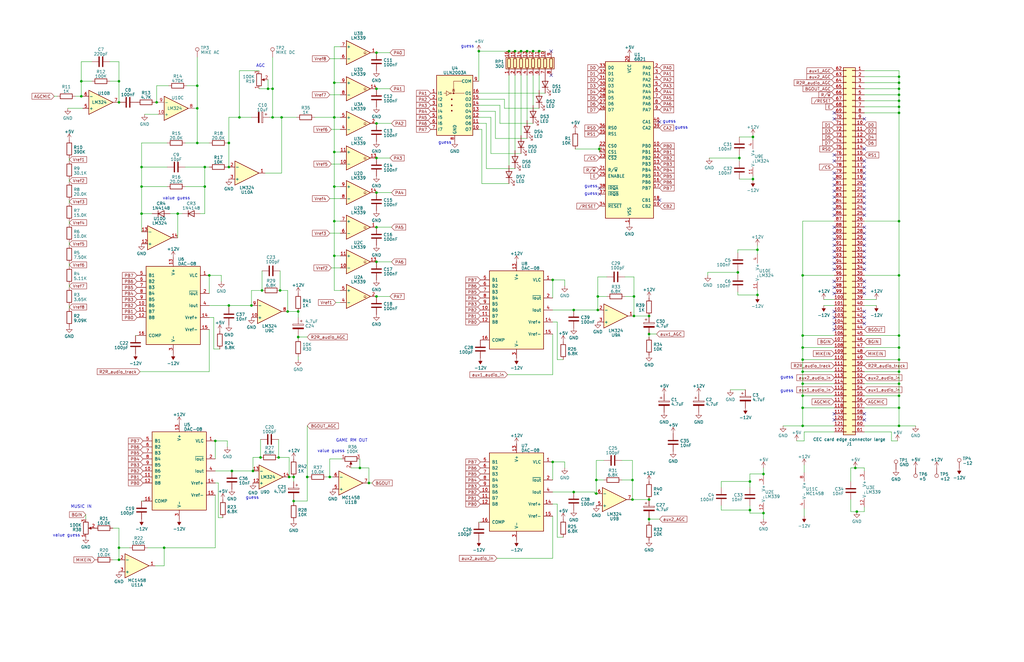
<source format=kicad_sch>
(kicad_sch (version 20230121) (generator eeschema)
  (paper "B")
  (junction (at 379.095 116.205))
  (junction (at 311.785 66.675))
  (junction (at 379.095 179.705))
  (junction (at 114.935 37.465))
  (junction (at 66.04 43.18))
  (junction (at 140.97 49.53))
  (junction (at 158.75 66.675))
  (junction (at 273.685 133.35))
  (junction (at 69.215 231.14))
  (junction (at 125.73 131.445))
  (junction (at 273.685 219.075))
  (junction (at 151.765 197.485))
  (junction (at 317.5 57.785))
  (junction (at 158.75 81.28))
  (junction (at 338.455 141.605))
  (junction (at 158.75 95.885))
  (junction (at 59.69 78.74))
  (junction (at 59.69 90.17))
  (junction (at 50.165 34.29))
  (junction (at 219.71 21.59))
  (junction (at 317.5 75.565))
  (junction (at 379.095 34.925))
  (junction (at 338.455 146.685))
  (junction (at 360.68 197.485))
  (junction (at 267.335 125.095))
  (junction (at 50.165 236.22))
  (junction (at 129.54 201.295))
  (junction (at 34.29 34.29))
  (junction (at 267.335 133.35))
  (junction (at 311.15 114.935))
  (junction (at 252.73 62.865))
  (junction (at 118.11 122.555))
  (junction (at 338.455 161.925))
  (junction (at 106.68 198.755))
  (junction (at 321.945 216.535))
  (junction (at 96.52 60.325))
  (junction (at 140.97 78.74))
  (junction (at 88.265 116.205))
  (junction (at 86.36 70.485))
  (junction (at 379.095 47.625))
  (junction (at 96.52 70.485))
  (junction (at 121.92 201.295))
  (junction (at 155.575 203.835))
  (junction (at 214.63 21.59))
  (junction (at 379.095 37.465))
  (junction (at 86.36 78.74))
  (junction (at 106.045 128.905))
  (junction (at 121.285 131.445))
  (junction (at 379.095 42.545))
  (junction (at 123.825 211.455))
  (junction (at 316.23 203.2))
  (junction (at 273.685 140.97))
  (junction (at 251.46 208.28))
  (junction (at 123.825 201.295))
  (junction (at 158.75 37.465))
  (junction (at 140.97 64.135))
  (junction (at 241.935 207.645))
  (junction (at 50.165 43.18))
  (junction (at 224.79 21.59))
  (junction (at 379.095 93.345))
  (junction (at 74.93 90.17))
  (junction (at 140.97 107.95))
  (junction (at 316.23 215.265))
  (junction (at 266.7 202.565))
  (junction (at 379.095 146.685))
  (junction (at 113.03 37.465))
  (junction (at 338.455 156.845))
  (junction (at 233.045 118.11))
  (junction (at 266.7 210.82))
  (junction (at 34.29 40.64))
  (junction (at 338.455 167.005))
  (junction (at 379.095 40.005))
  (junction (at 338.455 179.705))
  (junction (at 379.095 151.765))
  (junction (at 59.69 70.485))
  (junction (at 109.855 193.04))
  (junction (at 90.805 186.055))
  (junction (at 158.75 22.225))
  (junction (at 114.935 49.53))
  (junction (at 319.405 124.46))
  (junction (at 96.52 128.905))
  (junction (at 321.945 200.025))
  (junction (at 251.46 202.565))
  (junction (at 233.045 194.945))
  (junction (at 139.065 201.295))
  (junction (at 50.165 231.14))
  (junction (at 252.095 125.095))
  (junction (at 379.095 161.925))
  (junction (at 379.095 156.845))
  (junction (at 158.75 125.095))
  (junction (at 379.095 45.085))
  (junction (at 201.93 21.59))
  (junction (at 83.185 45.72))
  (junction (at 252.095 130.81))
  (junction (at 241.935 130.81))
  (junction (at 217.17 21.59))
  (junction (at 379.095 141.605))
  (junction (at 361.315 215.9))
  (junction (at 100.965 49.53))
  (junction (at 222.25 21.59))
  (junction (at 319.405 105.41))
  (junction (at 117.475 193.04))
  (junction (at 379.095 172.085))
  (junction (at 83.185 60.325))
  (junction (at 110.49 122.555))
  (junction (at 83.185 36.195))
  (junction (at 118.745 49.53))
  (junction (at 158.75 52.07))
  (junction (at 125.73 142.24))
  (junction (at 97.79 198.755))
  (junction (at 140.97 34.925))
  (junction (at 338.455 116.205))
  (junction (at 338.455 151.765))
  (junction (at 227.33 21.59))
  (junction (at 379.095 32.385))
  (junction (at 140.97 93.345))
  (junction (at 338.455 172.085))
  (junction (at 158.75 110.49))
  (junction (at 379.095 167.005))
  (junction (at 273.685 210.82))
  (no_connect (at 351.79 67.945))
  (no_connect (at 364.49 108.585))
  (no_connect (at 364.49 136.525))
  (no_connect (at 364.49 83.185))
  (no_connect (at 351.79 108.585))
  (no_connect (at 364.49 98.425))
  (no_connect (at 364.49 90.805))
  (no_connect (at 351.79 111.125))
  (no_connect (at 351.79 177.165))
  (no_connect (at 364.49 78.105))
  (no_connect (at 351.79 133.985))
  (no_connect (at 351.79 75.565))
  (no_connect (at 364.49 75.565))
  (no_connect (at 364.49 106.045))
  (no_connect (at 351.79 174.625))
  (no_connect (at 364.49 80.645))
  (no_connect (at 364.49 113.665))
  (no_connect (at 364.49 85.725))
  (no_connect (at 351.79 50.165))
  (no_connect (at 351.79 136.525))
  (no_connect (at 351.79 85.725))
  (no_connect (at 351.79 90.805))
  (no_connect (at 364.49 88.265))
  (no_connect (at 364.49 123.825))
  (no_connect (at 278.13 84.455))
  (no_connect (at 351.79 98.425))
  (no_connect (at 351.79 106.045))
  (no_connect (at 364.49 118.745))
  (no_connect (at 351.79 88.265))
  (no_connect (at 364.49 62.865))
  (no_connect (at 364.49 131.445))
  (no_connect (at 351.79 103.505))
  (no_connect (at 364.49 100.965))
  (no_connect (at 252.73 79.375))
  (no_connect (at 351.79 95.885))
  (no_connect (at 364.49 73.025))
  (no_connect (at 351.79 121.285))
  (no_connect (at 351.79 123.825))
  (no_connect (at 364.49 174.625))
  (no_connect (at 364.49 95.885))
  (no_connect (at 364.49 111.125))
  (no_connect (at 364.49 70.485))
  (no_connect (at 351.79 65.405))
  (no_connect (at 364.49 103.505))
  (no_connect (at 351.79 73.025))
  (no_connect (at 278.13 51.435))
  (no_connect (at 351.79 80.645))
  (no_connect (at 351.79 113.665))
  (no_connect (at 232.41 31.75))
  (no_connect (at 351.79 47.625))
  (no_connect (at 351.79 78.105))
  (no_connect (at 364.49 177.165))
  (no_connect (at 351.79 100.965))
  (no_connect (at 351.79 139.065))
  (no_connect (at 364.49 50.165))
  (no_connect (at 252.73 81.915))
  (no_connect (at 364.49 121.285))
  (no_connect (at 351.79 131.445))
  (no_connect (at 232.41 21.59))
  (no_connect (at 351.79 118.745))
  (no_connect (at 351.79 83.185))
  (no_connect (at 364.49 133.985))
  (no_connect (at 364.49 67.945))
  (wire (pts (xy 74.93 90.17) (xy 74.93 100.33)))
  (wire (pts (xy 83.185 36.195) (xy 83.185 45.72)))
  (wire (pts (xy 262.255 194.31) (xy 266.7 194.31)))
  (wire (pts (xy 201.93 21.59) (xy 214.63 21.59)))
  (wire (pts (xy 66.04 43.18) (xy 66.675 43.18)))
  (wire (pts (xy 140.97 93.345) (xy 143.51 93.345)))
  (wire (pts (xy 351.79 151.765) (xy 338.455 151.765)))
  (wire (pts (xy 219.71 64.77) (xy 207.01 64.77)))
  (wire (pts (xy 234.95 226.695) (xy 237.49 226.695)))
  (wire (pts (xy 213.995 158.115) (xy 233.045 158.115)))
  (wire (pts (xy 351.79 116.205) (xy 338.455 116.205)))
  (wire (pts (xy 139.7 69.215) (xy 143.51 69.215)))
  (wire (pts (xy 234.95 151.765) (xy 234.95 135.89)))
  (wire (pts (xy 214.63 69.85) (xy 214.63 31.75)))
  (wire (pts (xy 96.52 128.905) (xy 96.52 129.54)))
  (wire (pts (xy 351.79 172.085) (xy 338.455 172.085)))
  (wire (pts (xy 96.52 60.325) (xy 96.52 70.485)))
  (wire (pts (xy 165.1 81.28) (xy 158.75 81.28)))
  (wire (pts (xy 338.455 161.925) (xy 338.455 156.845)))
  (wire (pts (xy 201.93 39.37) (xy 229.87 39.37)))
  (wire (pts (xy 267.335 116.84) (xy 267.335 125.095)))
  (wire (pts (xy 364.49 34.925) (xy 379.095 34.925)))
  (wire (pts (xy 273.685 219.075) (xy 273.685 218.44)))
  (wire (pts (xy 351.79 179.705) (xy 338.455 179.705)))
  (wire (pts (xy 255.905 116.84) (xy 252.095 116.84)))
  (wire (pts (xy 164.465 66.675) (xy 158.75 66.675)))
  (wire (pts (xy 316.23 213.36) (xy 316.23 215.265)))
  (wire (pts (xy 140.97 49.53) (xy 140.97 34.925)))
  (wire (pts (xy 139.065 201.295) (xy 139.065 193.675)))
  (wire (pts (xy 252.73 61.595) (xy 252.73 62.865)))
  (wire (pts (xy 360.68 197.485) (xy 364.49 197.485)))
  (wire (pts (xy 339.09 186.055) (xy 335.915 186.055)))
  (wire (pts (xy 86.36 70.485) (xy 86.36 78.74)))
  (wire (pts (xy 379.095 167.005) (xy 379.095 161.925)))
  (wire (pts (xy 351.79 156.845) (xy 338.455 156.845)))
  (wire (pts (xy 113.03 37.465) (xy 109.22 37.465)))
  (wire (pts (xy 88.265 123.825) (xy 88.265 116.205)))
  (wire (pts (xy 379.095 141.605) (xy 379.095 116.205)))
  (wire (pts (xy 65.405 238.76) (xy 69.215 238.76)))
  (wire (pts (xy 222.25 50.8) (xy 222.25 31.75)))
  (wire (pts (xy 317.5 75.565) (xy 317.5 74.295)))
  (wire (pts (xy 347.345 128.905) (xy 351.79 128.905)))
  (wire (pts (xy 106.045 122.555) (xy 106.045 128.905)))
  (wire (pts (xy 273.685 219.075) (xy 278.13 219.075)))
  (wire (pts (xy 379.095 146.685) (xy 379.095 141.605)))
  (wire (pts (xy 139.065 24.765) (xy 143.51 24.765)))
  (wire (pts (xy 47.625 222.885) (xy 50.165 222.885)))
  (wire (pts (xy 224.79 21.59) (xy 227.33 21.59)))
  (wire (pts (xy 29.21 128.905) (xy 29.21 130.175)))
  (wire (pts (xy 298.45 114.935) (xy 298.45 116.205)))
  (wire (pts (xy 339.09 196.215) (xy 339.09 199.39)))
  (wire (pts (xy 95.885 60.325) (xy 96.52 60.325)))
  (wire (pts (xy 205.105 71.12) (xy 205.105 52.07)))
  (wire (pts (xy 299.085 66.675) (xy 311.785 66.675)))
  (wire (pts (xy 251.46 194.31) (xy 251.46 202.565)))
  (wire (pts (xy 164.465 125.095) (xy 158.75 125.095)))
  (wire (pts (xy 29.21 120.015) (xy 29.21 121.285)))
  (wire (pts (xy 129.54 179.705) (xy 129.54 201.295)))
  (wire (pts (xy 59.69 90.17) (xy 64.135 90.17)))
  (wire (pts (xy 59.69 211.455) (xy 60.325 211.455)))
  (wire (pts (xy 81.915 45.72) (xy 83.185 45.72)))
  (wire (pts (xy 96.52 49.53) (xy 96.52 60.325)))
  (wire (pts (xy 113.665 49.53) (xy 114.935 49.53)))
  (wire (pts (xy 319.405 105.41) (xy 319.405 107.315)))
  (wire (pts (xy 311.785 57.785) (xy 317.5 57.785)))
  (wire (pts (xy 90.17 133.985) (xy 90.17 147.32)))
  (wire (pts (xy 29.21 75.565) (xy 29.21 76.835)))
  (wire (pts (xy 121.285 131.445) (xy 121.285 122.555)))
  (wire (pts (xy 50.165 231.14) (xy 50.165 236.22)))
  (wire (pts (xy 379.095 116.205) (xy 364.49 116.205)))
  (wire (pts (xy 316.23 205.74) (xy 316.23 203.2)))
  (wire (pts (xy 321.945 219.075) (xy 321.945 216.535)))
  (wire (pts (xy 364.49 172.085) (xy 379.095 172.085)))
  (wire (pts (xy 139.065 201.295) (xy 140.335 201.295)))
  (wire (pts (xy 165.1 110.49) (xy 158.75 110.49)))
  (wire (pts (xy 311.15 124.46) (xy 319.405 124.46)))
  (wire (pts (xy 339.09 186.055) (xy 339.09 182.245)))
  (wire (pts (xy 210.82 52.07) (xy 210.82 44.45)))
  (wire (pts (xy 83.185 60.325) (xy 88.265 60.325)))
  (wire (pts (xy 83.185 24.13) (xy 83.185 36.195)))
  (wire (pts (xy 31.75 40.64) (xy 34.29 40.64)))
  (wire (pts (xy 254.635 194.31) (xy 251.46 194.31)))
  (wire (pts (xy 251.46 202.565) (xy 251.46 208.28)))
  (wire (pts (xy 379.095 42.545) (xy 379.095 40.005)))
  (wire (pts (xy 364.49 167.005) (xy 379.095 167.005)))
  (wire (pts (xy 379.095 37.465) (xy 379.095 34.925)))
  (wire (pts (xy 233.045 235.585) (xy 233.045 217.805)))
  (wire (pts (xy 78.105 70.485) (xy 86.36 70.485)))
  (wire (pts (xy 364.49 161.925) (xy 379.095 161.925)))
  (wire (pts (xy 379.095 32.385) (xy 379.095 29.845)))
  (wire (pts (xy 57.15 141.605) (xy 57.785 141.605)))
  (wire (pts (xy 121.285 131.445) (xy 125.73 131.445)))
  (wire (pts (xy 125.73 133.985) (xy 125.73 131.445)))
  (wire (pts (xy 129.54 201.295) (xy 129.54 211.455)))
  (wire (pts (xy 316.23 216.535) (xy 321.945 216.535)))
  (wire (pts (xy 86.36 70.485) (xy 88.265 70.485)))
  (wire (pts (xy 375.92 186.055) (xy 375.92 182.245)))
  (wire (pts (xy 140.97 93.345) (xy 140.97 107.95)))
  (wire (pts (xy 147.955 197.485) (xy 151.765 197.485)))
  (wire (pts (xy 109.22 29.845) (xy 100.965 29.845)))
  (wire (pts (xy 66.04 43.18) (xy 66.04 36.195)))
  (wire (pts (xy 316.23 203.2) (xy 316.23 200.025)))
  (wire (pts (xy 76.835 90.17) (xy 74.93 90.17)))
  (wire (pts (xy 69.215 231.14) (xy 90.805 231.14)))
  (wire (pts (xy 88.265 156.845) (xy 88.265 139.065)))
  (wire (pts (xy 273.685 210.82) (xy 266.7 210.82)))
  (wire (pts (xy 140.97 78.74) (xy 140.97 93.345)))
  (wire (pts (xy 137.795 201.295) (xy 139.065 201.295)))
  (wire (pts (xy 201.93 34.29) (xy 201.93 21.59)))
  (wire (pts (xy 267.335 133.35) (xy 273.685 133.35)))
  (wire (pts (xy 364.49 215.9) (xy 364.49 213.995)))
  (wire (pts (xy 140.97 78.74) (xy 143.51 78.74)))
  (wire (pts (xy 90.805 193.675) (xy 90.805 186.055)))
  (wire (pts (xy 224.79 44.45) (xy 224.79 31.75)))
  (wire (pts (xy 34.29 40.64) (xy 34.925 40.64)))
  (wire (pts (xy 317.5 57.15) (xy 317.5 57.785)))
  (wire (pts (xy 364.49 126.365) (xy 369.57 126.365)))
  (wire (pts (xy 358.775 197.485) (xy 360.68 197.485)))
  (wire (pts (xy 65.405 43.18) (xy 66.04 43.18)))
  (wire (pts (xy 90.805 186.055) (xy 95.885 186.055)))
  (wire (pts (xy 50.165 222.885) (xy 50.165 231.14)))
  (wire (pts (xy 165.1 95.885) (xy 158.75 95.885)))
  (wire (pts (xy 59.69 70.485) (xy 70.485 70.485)))
  (wire (pts (xy 59.69 70.485) (xy 59.69 78.74)))
  (wire (pts (xy 338.455 116.205) (xy 338.455 93.345)))
  (wire (pts (xy 214.63 77.47) (xy 203.2 77.47)))
  (wire (pts (xy 379.095 34.925) (xy 379.095 32.385)))
  (wire (pts (xy 110.49 122.555) (xy 106.045 122.555)))
  (wire (pts (xy 121.92 201.295) (xy 121.92 193.04)))
  (wire (pts (xy 140.97 107.95) (xy 140.97 122.555)))
  (wire (pts (xy 252.095 125.095) (xy 252.095 130.81)))
  (wire (pts (xy 140.97 107.95) (xy 143.51 107.95)))
  (wire (pts (xy 379.095 172.085) (xy 379.095 167.005)))
  (wire (pts (xy 252.095 116.84) (xy 252.095 125.095)))
  (wire (pts (xy 379.095 172.085) (xy 379.095 179.705)))
  (wire (pts (xy 304.165 205.74) (xy 304.165 203.2)))
  (wire (pts (xy 222.25 21.59) (xy 224.79 21.59)))
  (wire (pts (xy 165.1 52.07) (xy 158.75 52.07)))
  (wire (pts (xy 364.49 151.765) (xy 379.095 151.765)))
  (wire (pts (xy 140.97 34.925) (xy 143.51 34.925)))
  (wire (pts (xy 266.7 202.565) (xy 262.255 202.565)))
  (wire (pts (xy 379.095 179.705) (xy 386.08 179.705)))
  (wire (pts (xy 364.49 146.685) (xy 379.095 146.685)))
  (wire (pts (xy 358.775 210.82) (xy 358.775 215.9)))
  (wire (pts (xy 364.49 42.545) (xy 379.095 42.545)))
  (wire (pts (xy 379.095 156.845) (xy 379.095 151.765)))
  (wire (pts (xy 125.73 142.24) (xy 125.73 142.875)))
  (wire (pts (xy 78.105 60.325) (xy 83.185 60.325)))
  (wire (pts (xy 361.315 215.9) (xy 364.49 215.9)))
  (wire (pts (xy 129.54 142.24) (xy 125.73 142.24)))
  (wire (pts (xy 29.21 84.455) (xy 29.21 85.725)))
  (wire (pts (xy 139.065 40.005) (xy 143.51 40.005)))
  (wire (pts (xy 338.455 146.685) (xy 338.455 141.605)))
  (wire (pts (xy 121.285 122.555) (xy 118.11 122.555)))
  (wire (pts (xy 317.5 57.785) (xy 317.5 59.055)))
  (wire (pts (xy 266.7 202.565) (xy 266.7 210.82)))
  (wire (pts (xy 208.915 58.42) (xy 208.915 46.99)))
  (wire (pts (xy 140.97 19.685) (xy 140.97 34.925)))
  (wire (pts (xy 106.68 193.04) (xy 106.68 198.755)))
  (wire (pts (xy 125.73 141.605) (xy 125.73 142.24)))
  (wire (pts (xy 139.7 54.61) (xy 143.51 54.61)))
  (wire (pts (xy 227.33 45.72) (xy 212.725 45.72)))
  (wire (pts (xy 267.335 125.095) (xy 263.525 125.095)))
  (wire (pts (xy 358.775 215.9) (xy 361.315 215.9)))
  (wire (pts (xy 379.095 45.085) (xy 379.095 42.545)))
  (wire (pts (xy 34.29 26.035) (xy 38.735 26.035)))
  (wire (pts (xy 273.685 142.24) (xy 273.685 140.97)))
  (wire (pts (xy 28.575 45.72) (xy 34.925 45.72)))
  (wire (pts (xy 66.04 36.195) (xy 71.12 36.195)))
  (wire (pts (xy 209.55 235.585) (xy 233.045 235.585)))
  (wire (pts (xy 109.855 185.42) (xy 109.855 193.04)))
  (wire (pts (xy 59.055 156.845) (xy 88.265 156.845)))
  (wire (pts (xy 143.51 19.685) (xy 140.97 19.685)))
  (wire (pts (xy 255.905 125.095) (xy 252.095 125.095)))
  (wire (pts (xy 88.265 128.905) (xy 96.52 128.905)))
  (wire (pts (xy 254.635 202.565) (xy 251.46 202.565)))
  (wire (pts (xy 338.455 167.005) (xy 338.455 161.925)))
  (wire (pts (xy 263.525 116.84) (xy 267.335 116.84)))
  (wire (pts (xy 364.49 47.625) (xy 379.095 47.625)))
  (wire (pts (xy 71.755 90.17) (xy 74.93 90.17)))
  (wire (pts (xy 212.725 45.72) (xy 212.725 41.91)))
  (wire (pts (xy 224.79 52.07) (xy 210.82 52.07)))
  (wire (pts (xy 113.03 33.655) (xy 113.03 37.465)))
  (wire (pts (xy 151.765 197.485) (xy 151.765 193.675)))
  (wire (pts (xy 203.2 77.47) (xy 203.2 54.61)))
  (wire (pts (xy 217.17 21.59) (xy 219.71 21.59)))
  (wire (pts (xy 155.575 203.835) (xy 155.575 197.485)))
  (wire (pts (xy 330.2 179.705) (xy 338.455 179.705)))
  (wire (pts (xy 304.165 215.265) (xy 316.23 215.265)))
  (wire (pts (xy 316.23 200.025) (xy 321.945 200.025)))
  (wire (pts (xy 379.095 40.005) (xy 364.49 40.005)))
  (wire (pts (xy 338.455 172.085) (xy 338.455 167.005)))
  (wire (pts (xy 155.575 197.485) (xy 151.765 197.485)))
  (wire (pts (xy 222.25 58.42) (xy 208.915 58.42)))
  (wire (pts (xy 234.95 135.89) (xy 233.045 135.89)))
  (wire (pts (xy 139.065 98.425) (xy 143.51 98.425)))
  (wire (pts (xy 92.075 203.835) (xy 92.075 218.44)))
  (wire (pts (xy 316.23 215.265) (xy 316.23 216.535)))
  (wire (pts (xy 29.21 66.675) (xy 29.21 67.945)))
  (wire (pts (xy 123.825 211.455) (xy 123.825 210.82)))
  (wire (pts (xy 139.065 83.82) (xy 143.51 83.82)))
  (wire (pts (xy 233.045 130.81) (xy 241.935 130.81)))
  (wire (pts (xy 207.01 49.53) (xy 201.93 49.53)))
  (wire (pts (xy 141.605 127.635) (xy 143.51 127.635)))
  (wire (pts (xy 34.29 34.29) (xy 34.29 26.035)))
  (wire (pts (xy 69.215 231.14) (xy 69.215 238.76)))
  (wire (pts (xy 96.52 49.53) (xy 100.965 49.53)))
  (wire (pts (xy 118.745 49.53) (xy 125.095 49.53)))
  (wire (pts (xy 351.79 146.685) (xy 338.455 146.685)))
  (wire (pts (xy 351.79 141.605) (xy 338.455 141.605)))
  (wire (pts (xy 311.15 106.68) (xy 311.15 105.41)))
  (wire (pts (xy 347.345 126.365) (xy 351.79 126.365)))
  (wire (pts (xy 364.49 179.705) (xy 379.095 179.705)))
  (wire (pts (xy 59.69 60.325) (xy 59.69 70.485)))
  (wire (pts (xy 241.935 130.81) (xy 252.095 130.81)))
  (wire (pts (xy 140.97 64.135) (xy 140.97 78.74)))
  (wire (pts (xy 338.455 179.705) (xy 338.455 172.085)))
  (wire (pts (xy 317.5 76.2) (xy 317.5 75.565)))
  (wire (pts (xy 29.21 102.235) (xy 29.21 103.505)))
  (wire (pts (xy 304.165 203.2) (xy 316.23 203.2)))
  (wire (pts (xy 379.095 32.385) (xy 364.49 32.385)))
  (wire (pts (xy 86.36 78.74) (xy 86.36 90.17)))
  (wire (pts (xy 90.805 198.755) (xy 97.79 198.755)))
  (wire (pts (xy 90.17 147.32) (xy 92.71 147.32)))
  (wire (pts (xy 140.97 49.53) (xy 140.97 64.135)))
  (wire (pts (xy 319.405 103.505) (xy 319.405 105.41)))
  (wire (pts (xy 46.355 26.035) (xy 50.165 26.035)))
  (wire (pts (xy 60.96 48.26) (xy 66.675 48.26)))
  (wire (pts (xy 114.935 37.465) (xy 113.03 37.465)))
  (wire (pts (xy 250.825 208.28) (xy 250.825 207.645)))
  (wire (pts (xy 121.92 201.295) (xy 123.825 201.295)))
  (wire (pts (xy 95.885 186.055) (xy 95.885 188.595)))
  (wire (pts (xy 234.95 212.725) (xy 234.95 226.695)))
  (wire (pts (xy 46.355 34.29) (xy 50.165 34.29)))
  (wire (pts (xy 311.785 66.675) (xy 311.785 67.945)))
  (wire (pts (xy 267.335 133.35) (xy 267.335 125.095)))
  (wire (pts (xy 164.465 22.225) (xy 158.75 22.225)))
  (wire (pts (xy 217.17 63.5) (xy 217.17 31.75)))
  (wire (pts (xy 319.405 124.46) (xy 319.405 125.095)))
  (wire (pts (xy 86.36 78.74) (xy 78.105 78.74)))
  (wire (pts (xy 227.33 21.59) (xy 229.87 21.59)))
  (wire (pts (xy 379.095 93.345) (xy 379.095 47.625)))
  (wire (pts (xy 233.045 212.725) (xy 234.95 212.725)))
  (wire (pts (xy 233.045 202.565) (xy 233.045 194.945)))
  (wire (pts (xy 164.465 37.465) (xy 158.75 37.465)))
  (wire (pts (xy 100.965 29.845) (xy 100.965 49.53)))
  (wire (pts (xy 88.265 133.985) (xy 90.17 133.985)))
  (wire (pts (xy 233.045 207.645) (xy 241.935 207.645)))
  (wire (pts (xy 78.74 36.195) (xy 83.185 36.195)))
  (wire (pts (xy 304.165 213.36) (xy 304.165 215.265)))
  (wire (pts (xy 311.15 105.41) (xy 319.405 105.41)))
  (wire (pts (xy 125.73 151.765) (xy 125.73 150.495)))
  (wire (pts (xy 90.805 203.835) (xy 92.075 203.835)))
  (wire (pts (xy 97.79 198.755) (xy 106.68 198.755)))
  (wire (pts (xy 140.97 64.135) (xy 143.51 64.135)))
  (wire (pts (xy 214.63 21.59) (xy 217.17 21.59)))
  (wire (pts (xy 242.57 62.865) (xy 252.73 62.865)))
  (wire (pts (xy 233.045 194.945) (xy 238.125 194.945)))
  (wire (pts (xy 86.36 90.17) (xy 84.455 90.17)))
  (wire (pts (xy 233.045 125.73) (xy 233.045 118.11)))
  (wire (pts (xy 364.49 156.845) (xy 379.095 156.845)))
  (wire (pts (xy 321.945 200.025) (xy 321.945 200.66)))
  (wire (pts (xy 233.045 118.11) (xy 238.125 118.11)))
  (wire (pts (xy 129.54 201.295) (xy 130.175 201.295)))
  (wire (pts (xy 252.73 62.865) (xy 252.73 64.135)))
  (wire (pts (xy 364.49 141.605) (xy 379.095 141.605)))
  (wire (pts (xy 338.455 151.765) (xy 338.455 146.685)))
  (wire (pts (xy 351.79 167.005) (xy 338.455 167.005)))
  (wire (pts (xy 273.685 220.345) (xy 273.685 219.075)))
  (wire (pts (xy 238.125 194.945) (xy 238.125 197.485)))
  (wire (pts (xy 114.935 24.13) (xy 114.935 37.465)))
  (wire (pts (xy 364.49 45.085) (xy 379.095 45.085)))
  (wire (pts (xy 250.825 207.645) (xy 241.935 207.645)))
  (wire (pts (xy 379.095 161.925) (xy 379.095 156.845)))
  (wire (pts (xy 62.23 231.14) (xy 69.215 231.14)))
  (wire (pts (xy 29.21 112.395) (xy 29.21 111.125)))
  (wire (pts (xy 319.405 122.555) (xy 319.405 124.46)))
  (wire (pts (xy 132.715 49.53) (xy 140.97 49.53)))
  (wire (pts (xy 233.045 158.115) (xy 233.045 140.97)))
  (wire (pts (xy 95.885 70.485) (xy 96.52 70.485)))
  (wire (pts (xy 155.575 203.835) (xy 156.845 203.835)))
  (wire (pts (xy 339.09 182.245) (xy 351.79 182.245)))
  (wire (pts (xy 321.945 216.535) (xy 321.945 215.9)))
  (wire (pts (xy 201.93 220.345) (xy 202.565 220.345)))
  (wire (pts (xy 90.805 231.14) (xy 90.805 208.915)))
  (wire (pts (xy 227.33 38.1) (xy 227.33 31.75)))
  (wire (pts (xy 311.785 75.565) (xy 317.5 75.565)))
  (wire (pts (xy 338.455 156.845) (xy 338.455 151.765)))
  (wire (pts (xy 250.825 208.28) (xy 251.46 208.28)))
  (wire (pts (xy 378.46 186.055) (xy 375.92 186.055)))
  (wire (pts (xy 34.29 34.29) (xy 38.735 34.29)))
  (wire (pts (xy 34.29 40.64) (xy 34.29 34.29)))
  (wire (pts (xy 379.095 37.465) (xy 364.49 37.465)))
  (wire (pts (xy 351.79 161.925) (xy 338.455 161.925)))
  (wire (pts (xy 140.97 122.555) (xy 143.51 122.555)))
  (wire (pts (xy 311.15 114.935) (xy 311.15 115.57)))
  (wire (pts (xy 54.61 231.14) (xy 50.165 231.14)))
  (wire (pts (xy 110.49 114.3) (xy 110.49 122.555)))
  (wire (pts (xy 212.725 41.91) (xy 201.93 41.91)))
  (wire (pts (xy 266.7 194.31) (xy 266.7 202.565)))
  (wire (pts (xy 217.17 71.12) (xy 205.105 71.12)))
  (wire (pts (xy 358.775 203.2) (xy 358.775 197.485)))
  (wire (pts (xy 379.095 47.625) (xy 379.095 45.085)))
  (wire (pts (xy 311.785 65.405) (xy 311.785 66.675)))
  (wire (pts (xy 29.21 93.345) (xy 29.21 94.615)))
  (wire (pts (xy 208.915 46.99) (xy 201.93 46.99)))
  (wire (pts (xy 205.105 52.07) (xy 201.93 52.07)))
  (wire (pts (xy 96.52 128.905) (xy 106.045 128.905)))
  (wire (pts (xy 375.92 182.245) (xy 364.49 182.245)))
  (wire (pts (xy 50.165 26.035) (xy 50.165 34.29)))
  (wire (pts (xy 22.86 40.64) (xy 24.13 40.64)))
  (wire (pts (xy 203.2 54.61) (xy 201.93 54.61)))
  (wire (pts (xy 123.825 212.09) (xy 123.825 211.455)))
  (wire (pts (xy 70.485 78.74) (xy 59.69 78.74)))
  (wire (pts (xy 379.095 40.005) (xy 379.095 37.465)))
  (wire (pts (xy 117.475 185.42) (xy 117.475 193.04)))
  (wire (pts (xy 111.76 73.025) (xy 118.745 73.025)))
  (wire (pts (xy 118.11 114.3) (xy 118.11 122.555)))
  (wire (pts (xy 140.97 49.53) (xy 143.51 49.53)))
  (wire (pts (xy 100.965 49.53) (xy 106.045 49.53)))
  (wire (pts (xy 139.7 113.03) (xy 143.51 113.03)))
  (wire (pts (xy 36.195 217.17) (xy 36.195 219.075)))
  (wire (pts (xy 83.185 45.72) (xy 83.185 60.325)))
  (wire (pts (xy 364.49 93.345) (xy 379.095 93.345)))
  (wire (pts (xy 273.685 140.97) (xy 276.86 140.97)))
  (wire (pts (xy 219.71 21.59) (xy 222.25 21.59)))
  (wire (pts (xy 364.49 197.485) (xy 364.49 198.755)))
  (wire (pts (xy 93.345 116.205) (xy 93.345 118.745)))
  (wire (pts (xy 139.065 193.675) (xy 144.145 193.675)))
  (wire (pts (xy 118.745 73.025) (xy 118.745 49.53)))
  (wire (pts (xy 210.82 44.45) (xy 201.93 44.45)))
  (wire (pts (xy 311.15 114.935) (xy 298.45 114.935)))
  (wire (pts (xy 237.49 151.765) (xy 234.95 151.765)))
  (wire (pts (xy 351.79 93.345) (xy 338.455 93.345)))
  (wire (pts (xy 339.09 214.63) (xy 339.09 217.805)))
  (wire (pts (xy 307.975 164.465) (xy 314.325 164.465)))
  (wire (pts (xy 219.71 57.15) (xy 219.71 31.75)))
  (wire (pts (xy 92.075 218.44) (xy 93.98 218.44)))
  (wire (pts (xy 47.625 236.22) (xy 50.165 236.22)))
  (wire (pts (xy 117.475 193.04) (xy 121.92 193.04)))
  (wire (pts (xy 311.15 114.3) (xy 311.15 114.935)))
  (wire (pts (xy 59.69 90.17) (xy 59.69 97.79)))
  (wire (pts (xy 109.855 193.04) (xy 106.68 193.04)))
  (wire (pts (xy 123.825 203.2) (xy 123.825 201.295)))
  (wire (pts (xy 311.15 123.19) (xy 311.15 124.46)))
  (wire (pts (xy 50.165 34.29) (xy 50.165 43.18)))
  (wire (pts (xy 114.935 49.53) (xy 114.935 37.465)))
  (wire (pts (xy 207.01 64.77) (xy 207.01 49.53)))
  (wire (pts (xy 321.945 197.485) (xy 321.945 200.025)))
  (wire (pts (xy 114.935 49.53) (xy 118.745 49.53)))
  (wire (pts (xy 88.265 116.205) (xy 93.345 116.205)))
  (wire (pts (xy 379.095 116.205) (xy 379.095 93.345)))
  (wire (pts (xy 59.69 60.325) (xy 70.485 60.325)))
  (wire (pts (xy 338.455 141.605) (xy 338.455 116.205)))
  (wire (pts (xy 364.49 128.905) (xy 369.57 128.905)))
  (wire (pts (xy 59.69 78.74) (xy 59.69 90.17)))
  (wire (pts (xy 238.125 118.11) (xy 238.125 120.65)))
  (wire (pts (xy 364.49 29.845) (xy 379.095 29.845)))
  (wire (pts (xy 123.825 211.455) (xy 129.54 211.455)))
  (wire (pts (xy 379.095 151.765) (xy 379.095 146.685)))
  (text "guess" (at 334.645 165.735 0) (effects (font (size 1.27 1.27)) (justify right bottom)))
  (text "guess" (at 109.22 210.82 0) (effects (font (size 1.27 1.27)) (justify right bottom)))
  (text "guess" (at 246.38 79.375 0) (effects (font (size 1.27 1.27)) (justify left bottom)))
  (text "AGC" (at 107.95 28.575 0) (effects (font (size 1.27 1.27)) (justify left bottom)))
  (text "value guess" (at 68.58 84.455 0) (effects (font (size 1.27 1.27)) (justify left bottom)))
  (text "guess" (at 194.31 20.32 0) (effects (font (size 1.27 1.27)) (justify left bottom)))
  (text "guess" (at 284.48 54.61 0) (effects (font (size 1.27 1.27)) (justify left bottom)))
  (text "guess" (at 184.785 60.96 0) (effects (font (size 1.27 1.27)) (justify left bottom)))
  (text "guess" (at 279.4 52.07 0) (effects (font (size 1.27 1.27)) (justify left bottom)))
  (text "GAME RM OUT" (at 141.605 186.69 0) (effects (font (size 1.27 1.27)) (justify left bottom)))
  (text "value guess" (at 145.415 191.135 0) (effects (font (size 1.27 1.27)) (justify right bottom)))
  (text "MUSIC IN" (at 38.735 214.63 0) (effects (font (size 1.27 1.27)) (justify right bottom)))
  (text "guess" (at 246.38 82.55 0) (effects (font (size 1.27 1.27)) (justify left bottom)))
  (text "value guess" (at 22.225 226.695 0) (effects (font (size 1.27 1.27)) (justify left bottom)))
  (text "guess" (at 334.645 160.02 0) (effects (font (size 1.27 1.27)) (justify right bottom)))
  (global_label "BGIN" (shape input) (at 36.195 217.17 180) (property "Intersheetrefs" "${INTERSHEET_REFS}" (effects hide)))
  (global_label "BGOUT" (shape input) (at 156.845 203.835 0) (property "Intersheetrefs" "${INTERSHEET_REFS}" (effects hide)))
  (global_label "aux1_audio_in" (shape input) (at 351.79 164.465 180) (property "Intersheetrefs" "${INTERSHEET_REFS}" (effects hide)))
  (global_label "AGCMIC" (shape input) (at 351.79 169.545 180) (property "Intersheetrefs" "${INTERSHEET_REFS}" (effects hide)))
  (global_label "PB4" (shape input) (at 202.565 202.565 180) (property "Intersheetrefs" "${INTERSHEET_REFS}" (effects hide)))
  (global_label "D1" (shape input) (at 252.73 31.115 180) (property "Intersheetrefs" "${INTERSHEET_REFS}" (effects hide)))
  (global_label "D2" (shape input) (at 252.73 33.655 180) (property "Intersheetrefs" "${INTERSHEET_REFS}" (effects hide)))
  (global_label "aux2_audio_in" (shape input) (at 209.55 235.585 180) (property "Intersheetrefs" "${INTERSHEET_REFS}" (effects hide)))
  (global_label "PB4" (shape input) (at 60.325 193.675 180) (property "Intersheetrefs" "${INTERSHEET_REFS}" (effects hide)))
  (global_label "R{slash}~{W}" (shape input) (at 351.79 40.005 180) (property "Intersheetrefs" "${INTERSHEET_REFS}" (effects hide)))
  (global_label "Vref1" (shape input) (at 141.605 127.635 180) (property "Intersheetrefs" "${INTERSHEET_REFS}" (effects hide)))
  (global_label "PA3" (shape input) (at 181.61 44.45 180) (property "Intersheetrefs" "${INTERSHEET_REFS}" (effects hide)))
  (global_label "PB2" (shape input) (at 202.565 130.81 180) (property "Intersheetrefs" "${INTERSHEET_REFS}" (effects hide)))
  (global_label "Vref5" (shape input) (at 139.7 69.215 180) (property "Intersheetrefs" "${INTERSHEET_REFS}" (effects hide)))
  (global_label "Vref6" (shape input) (at 139.7 54.61 180) (property "Intersheetrefs" "${INTERSHEET_REFS}" (effects hide)))
  (global_label "MIKEIN" (shape input) (at 364.49 149.225 0) (property "Intersheetrefs" "${INTERSHEET_REFS}" (effects hide)))
  (global_label "D0" (shape input) (at 252.73 28.575 180) (property "Intersheetrefs" "${INTERSHEET_REFS}" (effects hide)))
  (global_label "Vref8" (shape input) (at 139.065 24.765 180) (property "Intersheetrefs" "${INTERSHEET_REFS}" (effects hide)))
  (global_label "PB7" (shape input) (at 60.325 186.055 180) (property "Intersheetrefs" "${INTERSHEET_REFS}" (effects hide)))
  (global_label "R2R_audio_track" (shape input) (at 351.79 154.305 180) (property "Intersheetrefs" "${INTERSHEET_REFS}" (effects hide)))
  (global_label "D1" (shape input) (at 351.79 52.705 180) (property "Intersheetrefs" "${INTERSHEET_REFS}" (effects hide)))
  (global_label "aux2_AGC" (shape input) (at 278.13 219.075 0) (property "Intersheetrefs" "${INTERSHEET_REFS}" (effects hide)))
  (global_label "Vref3" (shape input) (at 139.065 98.425 180) (property "Intersheetrefs" "${INTERSHEET_REFS}" (effects hide)))
  (global_label "D6" (shape input) (at 364.49 60.325 0) (property "Intersheetrefs" "${INTERSHEET_REFS}" (effects hide)))
  (global_label "AGCMIC" (shape input) (at 364.49 169.545 0) (property "Intersheetrefs" "${INTERSHEET_REFS}" (effects hide)))
  (global_label "PB1" (shape input) (at 278.13 64.135 0) (property "Intersheetrefs" "${INTERSHEET_REFS}" (effects hide)))
  (global_label "PB5" (shape input) (at 57.785 121.285 180) (property "Intersheetrefs" "${INTERSHEET_REFS}" (effects hide)))
  (global_label "PB7" (shape input) (at 57.785 116.205 180) (property "Intersheetrefs" "${INTERSHEET_REFS}" (effects hide)))
  (global_label "RS1" (shape input) (at 364.49 65.405 0) (property "Intersheetrefs" "${INTERSHEET_REFS}" (effects hide)))
  (global_label "PA7" (shape input) (at 181.61 54.61 180) (property "Intersheetrefs" "${INTERSHEET_REFS}" (effects hide)))
  (global_label "Vref1" (shape input) (at 29.21 67.31 0) (property "Intersheetrefs" "${INTERSHEET_REFS}" (effects hide)))
  (global_label "D2" (shape input) (at 364.49 55.245 0) (property "Intersheetrefs" "${INTERSHEET_REFS}" (effects hide)))
  (global_label "Vref6" (shape input) (at 29.21 111.76 0) (property "Intersheetrefs" "${INTERSHEET_REFS}" (effects hide)))
  (global_label "PA5" (shape input) (at 165.1 95.885 0) (property "Intersheetrefs" "${INTERSHEET_REFS}" (effects hide)))
  (global_label "aux1_audio_in" (shape input) (at 364.49 164.465 0) (property "Intersheetrefs" "${INTERSHEET_REFS}" (effects hide)))
  (global_label "PB2" (shape input) (at 60.325 198.755 180) (property "Intersheetrefs" "${INTERSHEET_REFS}" (effects hide)))
  (global_label "PB3" (shape input) (at 57.785 126.365 180) (property "Intersheetrefs" "${INTERSHEET_REFS}" (effects hide)))
  (global_label "PA7" (shape input) (at 278.13 46.355 0) (property "Intersheetrefs" "${INTERSHEET_REFS}" (effects hide)))
  (global_label "aux2_AGC" (shape input) (at 351.79 32.385 180) (property "Intersheetrefs" "${INTERSHEET_REFS}" (effects hide)))
  (global_label "PB3" (shape input) (at 202.565 205.105 180) (property "Intersheetrefs" "${INTERSHEET_REFS}" (effects hide)))
  (global_label "BGIN" (shape input) (at 351.79 144.145 180) (property "Intersheetrefs" "${INTERSHEET_REFS}" (effects hide)))
  (global_label "PB1" (shape input) (at 57.785 131.445 180) (property "Intersheetrefs" "${INTERSHEET_REFS}" (effects hide)))
  (global_label "PB1" (shape input) (at 202.565 133.35 180) (property "Intersheetrefs" "${INTERSHEET_REFS}" (effects hide)))
  (global_label "D6" (shape input) (at 252.73 43.815 180) (property "Intersheetrefs" "${INTERSHEET_REFS}" (effects hide)))
  (global_label "PB0" (shape input) (at 57.785 133.985 180) (property "Intersheetrefs" "${INTERSHEET_REFS}" (effects hide)))
  (global_label "PA3" (shape input) (at 164.465 66.675 0) (property "Intersheetrefs" "${INTERSHEET_REFS}" (effects hide)))
  (global_label "PB3" (shape input) (at 278.13 69.215 0) (property "Intersheetrefs" "${INTERSHEET_REFS}" (effects hide)))
  (global_label "{slash}RESET" (shape input) (at 351.79 42.545 180) (property "Intersheetrefs" "${INTERSHEET_REFS}" (effects hide)))
  (global_label "PB2" (shape input) (at 278.13 66.675 0) (property "Intersheetrefs" "${INTERSHEET_REFS}" (effects hide)))
  (global_label "D7" (shape input) (at 351.79 60.325 180) (property "Intersheetrefs" "${INTERSHEET_REFS}" (effects hide)))
  (global_label "{slash}CS" (shape input) (at 351.79 70.485 180) (property "Intersheetrefs" "${INTERSHEET_REFS}" (effects hide)))
  (global_label "Vref2" (shape input) (at 139.7 113.03 180) (property "Intersheetrefs" "${INTERSHEET_REFS}" (effects hide)))
  (global_label "R2R_audio_track" (shape input) (at 59.055 156.845 180) (property "Intersheetrefs" "${INTERSHEET_REFS}" (effects hide)))
  (global_label "aux2_audio_in" (shape input) (at 351.79 159.385 180) (property "Intersheetrefs" "${INTERSHEET_REFS}" (effects hide)))
  (global_label "PB1" (shape input) (at 60.325 201.295 180) (property "Intersheetrefs" "${INTERSHEET_REFS}" (effects hide)))
  (global_label "RS1" (shape input) (at 252.73 56.515 180) (property "Intersheetrefs" "${INTERSHEET_REFS}" (effects hide)))
  (global_label "CB2" (shape input) (at 278.13 86.995 0) (property "Intersheetrefs" "${INTERSHEET_REFS}" (effects hide)))
  (global_label "Vref4" (shape input) (at 29.21 93.98 0) (property "Intersheetrefs" "${INTERSHEET_REFS}" (effects hide)))
  (global_label "PB6" (shape input) (at 60.325 188.595 180) (property "Intersheetrefs" "${INTERSHEET_REFS}" (effects hide)))
  (global_label "D5" (shape input) (at 351.79 57.785 180) (property "Intersheetrefs" "${INTERSHEET_REFS}" (effects hide)))
  (global_label "PB2" (shape input) (at 57.785 128.905 180) (property "Intersheetrefs" "${INTERSHEET_REFS}" (effects hide)))
  (global_label "BGOUT" (shape input) (at 364.49 139.065 0) (property "Intersheetrefs" "${INTERSHEET_REFS}" (effects hide)))
  (global_label "PA3" (shape input) (at 278.13 36.195 0) (property "Intersheetrefs" "${INTERSHEET_REFS}" (effects hide)))
  (global_label "Vref5" (shape input) (at 29.21 102.87 0) (property "Intersheetrefs" "${INTERSHEET_REFS}" (effects hide)))
  (global_label "PB7" (shape input) (at 202.565 194.945 180) (property "Intersheetrefs" "${INTERSHEET_REFS}" (effects hide)))
  (global_label "PB6" (shape input) (at 202.565 120.65 180) (property "Intersheetrefs" "${INTERSHEET_REFS}" (effects hide)))
  (global_label "D4" (shape input) (at 252.73 38.735 180) (property "Intersheetrefs" "${INTERSHEET_REFS}" (effects hide)))
  (global_label "PB3" (shape input) (at 60.325 196.215 180) (property "Intersheetrefs" "${INTERSHEET_REFS}" (effects hide)))
  (global_label "PA4" (shape input) (at 181.61 46.99 180) (property "Intersheetrefs" "${INTERSHEET_REFS}" (effects hide)))
  (global_label "PA6" (shape input) (at 181.61 52.07 180) (property "Intersheetrefs" "${INTERSHEET_REFS}" (effects hide)))
  (global_label "PB4" (shape input) (at 57.785 123.825 180) (property "Intersheetrefs" "${INTERSHEET_REFS}" (effects hide)))
  (global_label "PB3" (shape input) (at 202.565 128.27 180) (property "Intersheetrefs" "${INTERSHEET_REFS}" (effects hide)))
  (global_label "Vref2" (shape input) (at 29.21 76.2 0) (property "Intersheetrefs" "${INTERSHEET_REFS}" (effects hide)))
  (global_label "PA1" (shape input) (at 181.61 39.37 180) (property "Intersheetrefs" "${INTERSHEET_REFS}" (effects hide)))
  (global_label "aux1_audio_in" (shape input) (at 213.995 158.115 180) (property "Intersheetrefs" "${INTERSHEET_REFS}" (effects hide)))
  (global_label "PA1" (shape input) (at 164.465 37.465 0) (property "Intersheetrefs" "${INTERSHEET_REFS}" (effects hide)))
  (global_label "PA5" (shape input) (at 181.61 49.53 180) (property "Intersheetrefs" "${INTERSHEET_REFS}" (effects hide)))
  (global_label "PB1" (shape input) (at 202.565 210.185 180) (property "Intersheetrefs" "${INTERSHEET_REFS}" (effects hide)))
  (global_label "PA6" (shape input) (at 165.1 110.49 0) (property "Intersheetrefs" "${INTERSHEET_REFS}" (effects hide)))
  (global_label "PB4" (shape input) (at 202.565 125.73 180) (property "Intersheetrefs" "${INTERSHEET_REFS}" (effects hide)))
  (global_label "E" (shape input) (at 351.79 45.085 180) (property "Intersheetrefs" "${INTERSHEET_REFS}" (effects hide)))
  (global_label "PB7" (shape input) (at 202.565 118.11 180) (property "Intersheetrefs" "${INTERSHEET_REFS}" (effects hide)))
  (global_label "PB0" (shape input) (at 202.565 212.725 180) (property "Intersheetrefs" "${INTERSHEET_REFS}" (effects hide)))
  (global_label "PB0" (shape input) (at 278.13 61.595 0) (property "Intersheetrefs" "${INTERSHEET_REFS}" (effects hide)))
  (global_label "Vref4" (shape input) (at 139.065 83.82 180) (property "Intersheetrefs" "${INTERSHEET_REFS}" (effects hide)))
  (global_label "PA0" (shape input) (at 164.465 22.225 0) (property "Intersheetrefs" "${INTERSHEET_REFS}" (effects hide)))
  (global_label "PB6" (shape input) (at 278.13 76.835 0) (property "Intersheetrefs" "${INTERSHEET_REFS}" (effects hide)))
  (global_label "PB5" (shape input) (at 202.565 123.19 180) (property "Intersheetrefs" "${INTERSHEET_REFS}" (effects hide)))
  (global_label "RS0" (shape input) (at 351.79 62.865 180) (property "Intersheetrefs" "${INTERSHEET_REFS}" (effects hide)))
  (global_label "PB0" (shape input) (at 60.325 203.835 180) (property "Intersheetrefs" "${INTERSHEET_REFS}" (effects hide)))
  (global_label "PA4" (shape input) (at 278.13 38.735 0) (property "Intersheetrefs" "${INTERSHEET_REFS}" (effects hide)))
  (global_label "BGOUT_AGC" (shape input) (at 351.79 37.465 180) (property "Intersheetrefs" "${INTERSHEET_REFS}" (effects hide)))
  (global_label "RS0" (shape input) (at 252.73 53.975 180) (property "Intersheetrefs" "${INTERSHEET_REFS}" (effects hide)))
  (global_label "D5" (shape input) (at 252.73 41.275 180) (property "Intersheetrefs" "${INTERSHEET_REFS}" (effects hide)))
  (global_label "MIKEIN" (shape input) (at 40.005 236.22 180) (property "Intersheetrefs" "${INTERSHEET_REFS}" (effects hide)))
  (global_label "PA1" (shape input) (at 278.13 31.115 0) (property "Intersheetrefs" "${INTERSHEET_REFS}" (effects hide)))
  (global_label "R2R_audio_AGC" (shape input) (at 129.54 142.24 0) (property "Intersheetrefs" "${INTERSHEET_REFS}" (effects hide)))
  (global_label "aux1_AGC" (shape input) (at 276.86 140.97 0) (property "Intersheetrefs" "${INTERSHEET_REFS}" (effects hide)))
  (global_label "PA4" (shape input) (at 165.1 81.28 0) (property "Intersheetrefs" "${INTERSHEET_REFS}" (effects hide)))
  (global_label "aux1_AGC" (shape input) (at 351.79 29.845 180) (property "Intersheetrefs" "${INTERSHEET_REFS}" (effects hide)))
  (global_label "PB5" (shape input) (at 278.13 74.295 0) (property "Intersheetrefs" "${INTERSHEET_REFS}" (effects hide)))
  (global_label "PB6" (shape input) (at 57.785 118.745 180) (property "Intersheetrefs" "${INTERSHEET_REFS}" (effects hide)))
  (global_label "PB7" (shape input) (at 278.13 79.375 0) (property "Intersheetrefs" "${INTERSHEET_REFS}" (effects hide)))
  (global_label "PA2" (shape input) (at 181.61 41.91 180) (property "Intersheetrefs" "${INTERSHEET_REFS}" (effects hide)))
  (global_label "D3" (shape input) (at 351.79 55.245 180) (property "Intersheetrefs" "${INTERSHEET_REFS}" (effects hide)))
  (global_label "PA2" (shape input) (at 165.1 52.07 0) (property "Intersheetrefs" "${INTERSHEET_REFS}" (effects hide)))
  (global_label "Vref3" (shape input) (at 29.21 85.09 0) (property "Intersheetrefs" "${INTERSHEET_REFS}" (effects hide)))
  (global_label "PB4" (shape input) (at 278.13 71.755 0) (property "Intersheetrefs" "${INTERSHEET_REFS}" (effects hide)))
  (global_label "AGCMIC" (shape input) (at 22.86 40.64 180) (property "Intersheetrefs" "${INTERSHEET_REFS}" (effects hide)))
  (global_label "Vref7" (shape input) (at 29.21 120.65 0) (property "Intersheetrefs" "${INTERSHEET_REFS}" (effects hide)))
  (global_label "aux2_audio_in" (shape input) (at 364.49 159.385 0) (property "Intersheetrefs" "${INTERSHEET_REFS}" (effects hide)))
  (global_label "D7" (shape input) (at 252.73 46.355 180) (property "Intersheetrefs" "${INTERSHEET_REFS}" (effects hide)))
  (global_label "{slash}RESET" (shape input) (at 252.73 86.995 180) (property "Intersheetrefs" "${INTERSHEET_REFS}" (effects hide)))
  (global_label "R2R_audio_AGC" (shape input) (at 351.79 34.925 180) (property "Intersheetrefs" "${INTERSHEET_REFS}" (effects hide)))
  (global_label "PA6" (shape input) (at 278.13 43.815 0) (property "Intersheetrefs" "${INTERSHEET_REFS}" (effects hide)))
  (global_label "R2R_audio_track" (shape input) (at 364.49 154.305 0) (property "Intersheetrefs" "${INTERSHEET_REFS}" (effects hide)))
  (global_label "PA5" (shape input) (at 278.13 41.275 0) (property "Intersheetrefs" "${INTERSHEET_REFS}" (effects hide)))
  (global_label "PB0" (shape input) (at 202.565 135.89 180) (property "Intersheetrefs" "${INTERSHEET_REFS}" (effects hide)))
  (global_label "PB2" (shape input) (at 202.565 207.645 180) (property "Intersheetrefs" "${INTERSHEET_REFS}" (effects hide)))
  (global_label "PB6" (shape input) (at 202.565 197.485 180) (property "Intersheetrefs" "${INTERSHEET_REFS}" (effects hide)))
  (global_label "PA0" (shape input) (at 278.13 28.575 0) (property "Intersheetrefs" "${INTERSHEET_REFS}" (effects hide)))
  (global_label "D0" (shape input) (at 364.49 52.705 0) (property "Intersheetrefs" "${INTERSHEET_REFS}" (effects hide)))
  (global_label "{slash}CS" (shape input) (at 252.73 66.675 180) (property "Intersheetrefs" "${INTERSHEET_REFS}" (effects hide)))
  (global_label "D3" (shape input) (at 252.73 36.195 180) (property "Intersheetrefs" "${INTERSHEET_REFS}" (effects hide)))
  (global_label "D4" (shape input) (at 364.49 57.785 0) (property "Intersheetrefs" "${INTERSHEET_REFS}" (effects hide)))
  (global_label "MIKEIN" (shape input) (at 351.79 149.225 180) (property "Intersheetrefs" "${INTERSHEET_REFS}" (effects hide)))
  (global_label "PB5" (shape input) (at 60.325 191.135 180) (property "Intersheetrefs" "${INTERSHEET_REFS}" (effects hide)))
  (global_label "Vref8" (shape input) (at 29.21 129.54 0) (property "Intersheetrefs" "${INTERSHEET_REFS}" (effects hide)))
  (global_label "BGOUT_AGC" (shape input) (at 129.54 179.705 0) (property "Intersheetrefs" "${INTERSHEET_REFS}" (effects hide)))
  (global_label "E" (shape input) (at 252.73 74.295 180) (property "Intersheetrefs" "${INTERSHEET_REFS}" (effects hide)))
  (global_label "PB5" (shape input) (at 202.565 200.025 180) (property "Intersheetrefs" "${INTERSHEET_REFS}" (effects hide)))
  (global_label "Vref7" (shape input) (at 139.065 40.005 180) (property "Intersheetrefs" "${INTERSHEET_REFS}" (effects hide)))
  (global_label "R{slash}~{W}" (shape input) (at 252.73 71.755 180) (property "Intersheetrefs" "${INTERSHEET_REFS}" (effects hide)))
  (global_label "PA2" (shape input) (at 278.13 33.655 0) (property "Intersheetrefs" "${INTERSHEET_REFS}" (effects hide)))
  (global_label "BGIN" (shape input) (at 364.49 144.145 0) (property "Intersheetrefs" "${INTERSHEET_REFS}" (effects hide)))
  (global_label "CA2" (shape input) (at 278.13 53.975 0) (property "Intersheetrefs" "${INTERSHEET_REFS}" (effects hide)))
  (global_label "PA7" (shape input) (at 164.465 125.095 0) (property "Intersheetrefs" "${INTERSHEET_REFS}" (effects hide)))
  (symbol (lib_id "Device:C_Polarized") (at 273.685 137.16 0) (unit 1)
    (property "Reference" "C30" (at 276.606 135.6273 0) (effects (justify left)))
    (property "Value" "4.7uF" (at 276.606 137.5483 0) (effects (justify left)))
    (property "Footprint" "Evan's parts:CP_Radial_Tantal_D4mm_P3.81mm" (effects hide))
  )
  (symbol (lib_id "power:-12V") (at 57.15 149.225 0) (mirror x) (unit 1)
    (property "Reference" "#PWR084" (effects hide))
    (property "Value" "-12V" (at 57.15 153.3605 0))
  )
  (symbol (lib_id "Amplifier_Operational:LM324") (at 321.945 114.935 0) (unit 5)
    (property "Reference" "U10" (at 320.04 114.2913 0) (effects (justify left)))
    (property "Value" "LM324" (at 320.04 116.2123 0) (effects (justify left)))
    (property "Footprint" "Package_DIP:DIP-14_W7.62mm" (effects hide))
    (property "Datasheet" "http://www.ti.com/lit/ds/symlink/lm2902-n.pdf" (effects hide))
  )
  (symbol (lib_id "power:-12V") (at 59.69 219.075 0) (mirror x) (unit 1)
    (property "Reference" "#PWR079" (effects hide))
    (property "Value" "-12V" (at 59.69 223.2105 0))
  )
  (symbol (lib_id "Evan's parts:MC1458") (at 147.955 203.835 0) (mirror x) (unit 2)
    (property "Reference" "U11" (at 147.955 211.9249 0))
    (property "Value" "MC1458" (at 147.955 210.0039 0))
    (property "Footprint" "Package_DIP:DIP-8_W7.62mm" (effects hide))
  )
  (symbol (lib_id "power:-12V") (at 339.09 217.805 180) (unit 1)
    (property "Reference" "#PWR053" (effects hide))
    (property "Value" "-12V" (at 339.09 221.9405 0))
  )
  (symbol (lib_id "Device:R_Potentiometer") (at 36.195 222.885 0) (mirror x) (unit 1)
    (property "Reference" "R38" (at 34.4171 223.5287 0) (effects (justify right)))
    (property "Value" "100K" (at 34.4171 221.6077 0) (effects (justify right)))
    (property "Footprint" "Potentiometer_THT:Potentiometer_Bourns_3005_Horizontal" (effects hide))
  )
  (symbol (lib_id "Device:R") (at 29.21 62.865 0) (unit 1)
    (property "Reference" "R10" (at 30.988 62.2213 0) (effects (justify left)))
    (property "Value" "390K" (at 30.988 64.1423 0) (effects (justify left)))
    (property "Footprint" "Resistor_THT:R_Axial_DIN0309_L9.0mm_D3.2mm_P12.70mm_Horizontal" (effects hide))
  )
  (symbol (lib_id "Device:C") (at 201.93 224.155 0) (unit 1)
    (property "Reference" "C26" (at 199.009 223.5113 0) (effects (justify right)))
    (property "Value" "100pF" (at 199.009 225.4323 0) (effects (justify right)))
    (property "Footprint" "Capacitor_THT:C_Rect_L7.0mm_W2.5mm_P5.00mm" (effects hide))
  )
  (symbol (lib_id "Comparator:LM339") (at 151.13 81.28 0) (unit 4)
    (property "Reference" "U2" (at 151.13 73.1901 0))
    (property "Value" "LM339" (at 151.13 75.1111 0))
    (property "Footprint" "Package_DIP:DIP-14_W7.62mm" (effects hide))
    (property "Datasheet" "https://www.st.com/resource/en/datasheet/lm139.pdf" (effects hide))
  )
  (symbol (lib_id "Device:C") (at 311.15 110.49 0) (mirror y) (unit 1)
    (property "Reference" "C5" (at 308.229 109.8463 0) (effects (justify left)))
    (property "Value" "100nF" (at 308.229 111.7673 0) (effects (justify left)))
    (property "Footprint" "Capacitor_THT:C_Disc_D3.0mm_W1.6mm_P2.50mm" (effects hide))
  )
  (symbol (lib_id "Evan's parts:MC1458") (at 57.785 238.76 0) (mirror x) (unit 1)
    (property "Reference" "U11" (at 57.785 246.8499 0))
    (property "Value" "MC1458" (at 57.785 244.9289 0))
    (property "Footprint" "Package_DIP:DIP-8_W7.62mm" (effects hide))
  )
  (symbol (lib_id "Diode:1N4148") (at 80.645 90.17 0) (mirror x) (unit 1)
    (property "Reference" "CR3" (at 80.645 85.8901 0))
    (property "Value" "1N4148" (at 80.645 87.8111 0))
    (property "Footprint" "Diode_THT:D_DO-35_SOD27_P7.62mm_Horizontal" (effects hide))
    (property "Datasheet" "https://assets.nexperia.com/documents/data-sheet/1N4148_1N4448.pdf" (effects hide))
    (property "Sim.Device" "D" (effects hide))
    (property "Sim.Pins" "1=K 2=A" (effects hide))
  )
  (symbol (lib_id "Comparator:LM339") (at 151.13 22.225 0) (unit 2)
    (property "Reference" "U3" (at 151.13 14.1351 0))
    (property "Value" "LM339" (at 151.13 16.0561 0))
    (property "Footprint" "Package_DIP:DIP-14_W7.62mm" (effects hide))
    (property "Datasheet" "https://www.st.com/resource/en/datasheet/lm139.pdf" (effects hide))
  )
  (symbol (lib_id "Device:R_Potentiometer") (at 109.22 33.655 0) (mirror x) (unit 1)
    (property "Reference" "R19" (at 107.4421 34.2987 0) (effects (justify right)))
    (property "Value" "100K" (at 107.4421 32.3777 0) (effects (justify right)))
    (property "Footprint" "Potentiometer_THT:Potentiometer_Bourns_3005_Horizontal" (effects hide))
  )
  (symbol (lib_id "power:GND") (at 158.75 88.9 0) (unit 1)
    (property "Reference" "#PWR032" (effects hide))
    (property "Value" "GND" (at 158.75 93.0355 0))
  )
  (symbol (lib_id "Device:C") (at 158.75 41.275 0) (unit 1)
    (property "Reference" "C12" (at 161.671 40.6313 0) (effects (justify left)))
    (property "Value" "100nF" (at 161.671 42.5523 0) (effects (justify left)))
    (property "Footprint" "Capacitor_THT:C_Disc_D3.0mm_W1.6mm_P2.50mm" (effects hide))
  )
  (symbol (lib_id "Device:R_Potentiometer") (at 147.955 193.675 90) (mirror x) (unit 1)
    (property "Reference" "R36" (at 146.685 188.595 90) (effects (justify right)))
    (property "Value" "100K" (at 146.05 190.5 90) (effects (justify right)))
    (property "Footprint" "Potentiometer_THT:Potentiometer_Bourns_3005_Horizontal" (effects hide))
  )
  (symbol (lib_id "power:GND") (at 158.75 29.845 0) (unit 1)
    (property "Reference" "#PWR028" (effects hide))
    (property "Value" "GND" (at 158.75 33.9805 0))
  )
  (symbol (lib_id "Device:R") (at 92.075 60.325 90) (unit 1)
    (property "Reference" "R18" (at 92.075 56.2991 90))
    (property "Value" "20.0K" (at 92.075 58.2201 90))
    (property "Footprint" "Resistor_THT:R_Axial_DIN0309_L9.0mm_D3.2mm_P12.70mm_Horizontal" (effects hide))
  )
  (symbol (lib_id "power:-12V") (at 217.805 227.965 180) (unit 1)
    (property "Reference" "#PWR011" (effects hide))
    (property "Value" "-12V" (at 217.805 232.1005 0))
  )
  (symbol (lib_id "Evan's parts:DAC-08") (at 75.565 198.755 0) (unit 1)
    (property "Reference" "U5" (at 77.5209 179.2351 0) (effects (justify left)))
    (property "Value" "DAC-08" (at 77.5209 181.1561 0) (effects (justify left)))
    (property "Footprint" "Package_DIP:DIP-16_W7.62mm" (effects hide))
    (property "Datasheet" "https://www.analog.com/media/en/technical-documentation/data-sheets/DAC08.pdf" (effects hide))
  )
  (symbol (lib_id "Comparator:LM339") (at 151.13 37.465 0) (unit 4)
    (property "Reference" "U3" (at 151.13 29.3751 0))
    (property "Value" "LM339" (at 151.13 31.2961 0))
    (property "Footprint" "Package_DIP:DIP-14_W7.62mm" (effects hide))
    (property "Datasheet" "https://www.st.com/resource/en/datasheet/lm139.pdf" (effects hide))
  )
  (symbol (lib_id "power:+5V") (at 237.49 219.075 0) (unit 1)
    (property "Reference" "#PWR018" (effects hide))
    (property "Value" "+5V" (at 237.49 215.5731 0))
  )
  (symbol (lib_id "Connector:TestPoint") (at 404.495 197.485 0) (unit 1)
    (property "Reference" "TP4" (at 405.892 193.5393 0) (effects (justify left)))
    (property "Value" "-12" (at 405.892 195.4603 0) (effects (justify left)))
    (property "Footprint" "TestPoint:TestPoint_Plated_Hole_D3.0mm" (effects hide))
  )
  (symbol (lib_id "Device:C") (at 158.75 128.905 0) (unit 1)
    (property "Reference" "C18" (at 161.671 128.2613 0) (effects (justify left)))
    (property "Value" "100nF" (at 161.671 130.1823 0) (effects (justify left)))
    (property "Footprint" "Capacitor_THT:C_Disc_D3.0mm_W1.6mm_P2.50mm" (effects hide))
  )
  (symbol (lib_id "power:GND") (at 158.75 45.085 0) (unit 1)
    (property "Reference" "#PWR029" (effects hide))
    (property "Value" "GND" (at 158.75 49.2205 0))
  )
  (symbol (lib_id "Device:C") (at 258.445 194.31 270) (unit 1)
    (property "Reference" "C25" (at 258.445 189.1411 90))
    (property "Value" "100pF" (at 258.445 191.0621 90))
    (property "Footprint" "Capacitor_THT:C_Rect_L7.0mm_W2.5mm_P5.00mm" (effects hide))
  )
  (symbol (lib_id "Device:LED") (at 227.33 41.91 90) (unit 1)
    (property "Reference" "DS2" (at 230.251 42.8538 90) (effects (justify right)))
    (property "Value" "LED" (at 230.251 44.7748 90) (effects (justify right)))
    (property "Footprint" "LED_THT:LED_D5.0mm_Horizontal_O3.81mm_Z15.0mm" (effects hide))
  )
  (symbol (lib_id "power:+12V") (at 347.345 126.365 0) (unit 1)
    (property "Reference" "#PWR073" (effects hide))
    (property "Value" "+12V" (at 347.345 122.8631 0))
  )
  (symbol (lib_id "Device:R") (at 29.21 133.985 0) (unit 1)
    (property "Reference" "R2" (at 30.988 133.3413 0) (effects (justify left)))
    (property "Value" "9.09K" (at 30.988 135.2623 0) (effects (justify left)))
    (property "Footprint" "Resistor_THT:R_Axial_DIN0309_L9.0mm_D3.2mm_P12.70mm_Horizontal" (effects hide))
  )
  (symbol (lib_id "power:+12V") (at 369.57 126.365 0) (unit 1)
    (property "Reference" "#PWR075" (effects hide))
    (property "Value" "+12V" (at 369.57 122.8631 0))
  )
  (symbol (lib_id "power:GND") (at 241.935 215.265 0) (unit 1)
    (property "Reference" "#PWR043" (effects hide))
    (property "Value" "GND" (at 241.935 219.4005 0))
  )
  (symbol (lib_id "power:-12V") (at 314.325 172.085 180) (unit 1)
    (property "Reference" "#PWR066" (effects hide))
    (property "Value" "-12V" (at 314.325 176.2205 0))
  )
  (symbol (lib_id "power:GND") (at 273.685 227.965 0) (unit 1)
    (property "Reference" "#PWR089" (effects hide))
    (property "Value" "GND" (at 273.685 232.1005 0))
  )
  (symbol (lib_id "Device:R") (at 273.685 224.155 180) (unit 1)
    (property "Reference" "R32" (at 275.463 223.5113 0) (effects (justify right)))
    (property "Value" "10K" (at 275.463 225.4323 0) (effects (justify right)))
    (property "Footprint" "Resistor_THT:R_Axial_DIN0309_L9.0mm_D3.2mm_P12.70mm_Horizontal" (effects hide))
  )
  (symbol (lib_id "power:GND") (at 299.085 66.675 0) (unit 1)
    (property "Reference" "#PWR063" (effects hide))
    (property "Value" "GND" (at 299.085 70.8105 0))
  )
  (symbol (lib_id "power:+5V") (at 265.43 23.495 0) (unit 1)
    (property "Reference" "#PWR069" (effects hide))
    (property "Value" "+5V" (at 265.43 19.9931 0))
  )
  (symbol (lib_id "Amplifier_Operational:LM324") (at 42.545 43.18 0) (mirror x) (unit 2)
    (property "Reference" "U10" (at 43.815 39.37 0))
    (property "Value" "LM324" (at 41.91 43.18 0))
    (property "Footprint" "Package_DIP:DIP-14_W7.62mm" (effects hide))
    (property "Datasheet" "http://www.ti.com/lit/ds/symlink/lm2902-n.pdf" (effects hide))
  )
  (symbol (lib_id "Comparator:LM339") (at 151.13 125.095 0) (unit 1)
    (property "Reference" "U2" (at 151.13 117.0051 0))
    (property "Value" "LM339" (at 151.13 118.9261 0))
    (property "Footprint" "Package_DIP:DIP-14_W7.62mm" (effects hide))
    (property "Datasheet" "https://www.st.com/resource/en/datasheet/lm139.pdf" (effects hide))
  )
  (symbol (lib_id "power:GND") (at 50.165 241.3 0) (unit 1)
    (property "Reference" "#PWR03" (effects hide))
    (property "Value" "GND" (at 50.165 245.4355 0))
  )
  (symbol (lib_id "Device:C") (at 316.23 209.55 0) (mirror y) (unit 1)
    (property "Reference" "C33" (at 313.309 208.9063 0) (effects (justify left)))
    (property "Value" "10nF" (at 313.309 210.8273 0) (effects (justify left)))
    (property "Footprint" "Capacitor_THT:C_Rect_L9.0mm_W2.5mm_P7.50mm_MKT" (effects hide))
  )
  (symbol (lib_id "Device:LED") (at 229.87 35.56 90) (unit 1)
    (property "Reference" "DS1" (at 232.791 36.5038 90) (effects (justify right)))
    (property "Value" "LED" (at 232.791 38.4248 90) (effects (justify right)))
    (property "Footprint" "LED_THT:LED_D5.0mm_Horizontal_O3.81mm_Z15.0mm" (effects hide))
  )
  (symbol (lib_id "Device:C") (at 259.715 116.84 90) (unit 1)
    (property "Reference" "C29" (at 261.62 111.125 90) (effects (justify left)))
    (property "Value" "100pF" (at 263.525 113.03 90) (effects (justify left)))
    (property "Footprint" "Capacitor_THT:C_Rect_L7.0mm_W2.5mm_P5.00mm" (effects hide))
  )
  (symbol (lib_id "Comparator:LM339") (at 151.13 95.885 0) (unit 2)
    (property "Reference" "U2" (at 151.13 87.7951 0))
    (property "Value" "LM339" (at 151.13 89.7161 0))
    (property "Footprint" "Package_DIP:DIP-14_W7.62mm" (effects hide))
    (property "Datasheet" "https://www.st.com/resource/en/datasheet/lm139.pdf" (effects hide))
  )
  (symbol (lib_id "power:+5V") (at 93.98 210.82 0) (unit 1)
    (property "Reference" "#PWR083" (effects hide))
    (property "Value" "+5V" (at 93.98 207.3181 0))
  )
  (symbol (lib_id "power:GND") (at 158.75 103.505 0) (unit 1)
    (property "Reference" "#PWR033" (effects hide))
    (property "Value" "GND" (at 158.75 107.6405 0))
  )
  (symbol (lib_id "Device:R") (at 74.93 36.195 90) (unit 1)
    (property "Reference" "R14" (at 74.93 32.1691 90))
    (property "Value" "470K" (at 74.93 34.0901 90))
    (property "Footprint" "Resistor_THT:R_Axial_DIN0309_L9.0mm_D3.2mm_P12.70mm_Horizontal" (effects hide))
  )
  (symbol (lib_id "Device:R") (at 237.49 222.885 0) (unit 1)
    (property "Reference" "R25" (at 239.268 222.2413 0) (effects (justify left)))
    (property "Value" "6.8K" (at 239.268 224.1623 0) (effects (justify left)))
    (property "Footprint" "Resistor_THT:R_Axial_DIN0309_L9.0mm_D3.2mm_P12.70mm_Horizontal" (effects hide))
  )
  (symbol (lib_id "power:GND") (at 96.52 75.565 0) (unit 1)
    (property "Reference" "#PWR012" (effects hide))
    (property "Value" "GND" (at 96.52 79.7005 0))
  )
  (symbol (lib_id "power:-12V") (at 369.57 128.905 180) (unit 1)
    (property "Reference" "#PWR076" (effects hide))
    (property "Value" "-12V" (at 369.57 133.0405 0))
  )
  (symbol (lib_id "Device:C") (at 311.785 61.595 0) (mirror x) (unit 1)
    (property "Reference" "C31" (at 308.864 60.9513 0) (effects (justify right)))
    (property "Value" "100nF" (at 308.864 62.8723 0) (effects (justify right)))
    (property "Footprint" "Capacitor_THT:C_Disc_D3.0mm_W1.6mm_P2.50mm" (effects hide))
  )
  (symbol (lib_id "Device:C") (at 158.75 26.035 0) (unit 1)
    (property "Reference" "C11" (at 161.671 25.3913 0) (effects (justify left)))
    (property "Value" "100nF" (at 161.671 27.3123 0) (effects (justify left)))
    (property "Footprint" "Capacitor_THT:C_Disc_D3.0mm_W1.6mm_P2.50mm" (effects hide))
  )
  (symbol (lib_id "Device:C_Polarized") (at 314.325 168.275 0) (unit 1)
    (property "Reference" "C3" (at 317.246 166.7423 0) (effects (justify left)))
    (property "Value" "4.7uF" (at 317.246 168.6633 0) (effects (justify left)))
    (property "Footprint" "Evan's parts:CP_Radial_Tantal_D4mm_P3.81mm" (effects hide))
  )
  (symbol (lib_id "power:-12V") (at 75.565 219.075 180) (unit 1)
    (property "Reference" "#PWR081" (effects hide))
    (property "Value" "-12V" (at 75.565 223.2105 0))
  )
  (symbol (lib_id "Connector:TestPoint") (at 386.08 197.485 180) (unit 1)
    (property "Reference" "TP6" (at 387.477 200.1433 0) (effects (justify right)))
    (property "Value" "+5" (at 387.477 202.0643 0) (effects (justify right)))
    (property "Footprint" "TestPoint:TestPoint_Plated_Hole_D3.0mm" (effects hide))
  )
  (symbol (lib_id "power:-12V") (at 317.5 76.2 180) (unit 1)
    (property "Reference" "#PWR068" (effects hide))
    (property "Value" "-12V" (at 317.5 80.3355 0))
  )
  (symbol (lib_id "Device:R") (at 43.815 222.885 270) (unit 1)
    (property "Reference" "R21" (at 43.815 218.8591 90))
    (property "Value" "10.0K" (at 43.815 220.7801 90))
    (property "Footprint" "Resistor_THT:R_Axial_DIN0309_L9.0mm_D3.2mm_P12.70mm_Horizontal" (effects hide))
  )
  (symbol (lib_id "Device:C") (at 158.75 70.485 0) (unit 1)
    (property "Reference" "C14" (at 161.671 69.8413 0) (effects (justify left)))
    (property "Value" "100nF" (at 161.671 71.7623 0) (effects (justify left)))
    (property "Footprint" "Capacitor_THT:C_Disc_D3.0mm_W1.6mm_P2.50mm" (effects hide))
  )
  (symbol (lib_id "power:GND") (at 251.46 213.36 0) (unit 1)
    (property "Reference" "#PWR038" (effects hide))
    (property "Value" "GND" (at 251.46 217.4955 0))
  )
  (symbol (lib_id "power:GND") (at 361.315 215.9 0) (unit 1)
    (property "Reference" "#PWR047" (effects hide))
    (property "Value" "GND" (at 361.315 220.0355 0))
  )
  (symbol (lib_id "power:+12V") (at 394.97 197.485 0) (unit 1)
    (property "Reference" "#PWR050" (effects hide))
    (property "Value" "+12V" (at 394.97 193.9831 0))
  )
  (symbol (lib_id "Device:R") (at 74.295 60.325 90) (unit 1)
    (property "Reference" "R15" (at 74.295 56.2991 90))
    (property "Value" "20.0K" (at 74.295 58.2201 90))
    (property "Footprint" "Resistor_THT:R_Axial_DIN0309_L9.0mm_D3.2mm_P12.70mm_Horizontal" (effects hide))
  )
  (symbol (lib_id "Amplifier_Operational:LM324") (at 67.31 100.33 0) (mirror x) (unit 4)
    (property "Reference" "U10" (at 67.31 92.2401 0))
    (property "Value" "LM324" (at 67.31 94.1611 0))
    (property "Footprint" "Package_DIP:DIP-14_W7.62mm" (effects hide))
    (property "Datasheet" "http://www.ti.com/lit/ds/symlink/lm2902-n.pdf" (effects hide))
  )
  (symbol (lib_id "Device:LED") (at 214.63 73.66 90) (unit 1)
    (property "Reference" "DS7" (at 217.551 74.6038 90) (effects (justify right)))
    (property "Value" "LED" (at 217.551 76.5248 90) (effects (justify right)))
    (property "Footprint" "LED_THT:LED_D5.0mm_Horizontal_O3.81mm_Z15.0mm" (effects hide))
  )
  (symbol (lib_id "power:+12V") (at 339.09 196.215 0) (unit 1)
    (property "Reference" "#PWR052" (effects hide))
    (property "Value" "+12V" (at 339.09 192.7131 0))
  )
  (symbol (lib_id "Comparator:LM339") (at 324.485 208.28 0) (unit 5)
    (property "Reference" "U2" (at 322.58 207.6363 0) (effects (justify left)))
    (property "Value" "LM339" (at 322.58 209.5573 0) (effects (justify left)))
    (property "Footprint" "Package_DIP:DIP-14_W7.62mm" (effects hide))
    (property "Datasheet" "https://www.st.com/resource/en/datasheet/lm139.pdf" (effects hide))
  )
  (symbol (lib_id "Device:C_Polarized") (at 273.685 214.63 0) (unit 1)
    (property "Reference" "C27" (at 276.606 213.0973 0) (effects (justify left)))
    (property "Value" "4.7uF" (at 276.606 215.0183 0) (effects (justify left)))
    (property "Footprint" "Evan's parts:CP_Radial_Tantal_D4mm_P3.81mm" (effects hide))
  )
  (symbol (lib_id "Device:LED") (at 217.17 67.31 90) (unit 1)
    (property "Reference" "DS6" (at 220.091 68.2538 90) (effects (justify right)))
    (property "Value" "LED" (at 220.091 70.1748 90) (effects (justify right)))
    (property "Footprint" "LED_THT:LED_D5.0mm_Horizontal_O3.81mm_Z15.0mm" (effects hide))
  )
  (symbol (lib_id "Device:C_Polarized") (at 125.73 137.795 0) (mirror y) (unit 1)
    (property "Reference" "C24" (at 128.651 137.5497 0) (effects (justify right)))
    (property "Value" "4.7uF" (at 128.651 135.6287 0) (effects (justify right)))
    (property "Footprint" "Evan's parts:CP_Radial_Tantal_D4mm_P3.81mm" (effects hide))
  )
  (symbol (lib_id "Amplifier_Operational:LM324") (at 259.715 133.35 0) (mirror x) (unit 1)
    (property "Reference" "U9" (at 259.715 141.4399 0))
    (property "Value" "LM324" (at 259.715 139.5189 0))
    (property "Footprint" "Package_DIP:DIP-14_W7.62mm" (effects hide))
    (property "Datasheet" "http://www.ti.com/lit/ds/symlink/lm2902-n.pdf" (effects hide))
  )
  (symbol (lib_id "power:-12V") (at 404.495 197.485 180) (unit 1)
    (property "Reference" "#PWR054" (effects hide))
    (property "Value" "-12V" (at 404.495 201.6205 0))
  )
  (symbol (lib_id "power:+5V") (at 242.57 55.245 0) (unit 1)
    (property "Reference" "#PWR065" (effects hide))
    (property "Value" "+5V" (at 242.57 51.7431 0))
  )
  (symbol (lib_id "Device:R") (at 258.445 202.565 270) (unit 1)
    (property "Reference" "R31" (at 258.445 198.5391 90))
    (property "Value" "6.8K" (at 258.445 200.4601 90))
    (property "Footprint" "Resistor_THT:R_Axial_DIN0309_L9.0mm_D3.2mm_P12.70mm_Horizontal" (effects hide))
  )
  (symbol (lib_id "power:GND") (at 158.75 132.715 0) (unit 1)
    (property "Reference" "#PWR035" (effects hide))
    (property "Value" "GND" (at 158.75 136.8505 0))
  )
  (symbol (lib_id "power:GND") (at 158.75 74.295 0) (unit 1)
    (property "Reference" "#PWR031" (effects hide))
    (property "Value" "GND" (at 158.75 78.4305 0))
  )
  (symbol (lib_id "Device:C") (at 158.75 114.3 0) (unit 1)
    (property "Reference" "C17" (at 161.671 113.6563 0) (effects (justify left)))
    (property "Value" "100nF" (at 161.671 115.5773 0) (effects (justify left)))
    (property "Footprint" "Capacitor_THT:C_Disc_D3.0mm_W1.6mm_P2.50mm" (effects hide))
  )
  (symbol (lib_id "power:+5V") (at 280.035 166.37 0) (unit 1)
    (property "Reference" "#PWR055" (effects hide))
    (property "Value" "+5V" (at 280.035 162.8681 0))
  )
  (symbol (lib_id "power:+12V") (at 217.805 110.49 0) (unit 1)
    (property "Reference" "#PWR08" (effects hide))
    (property "Value" "+12V" (at 217.805 106.9881 0))
  )
  (symbol (lib_id "Connector:TestPoint") (at 114.935 24.13 0) (unit 1)
    (property "Reference" "TP2" (at 116.332 20.1843 0) (effects (justify left)))
    (property "Value" "MIKE DC" (at 116.332 22.1053 0) (effects (justify left)))
    (property "Footprint" "TestPoint:TestPoint_Plated_Hole_D3.0mm" (effects hide))
  )
  (symbol (lib_id "Evan's parts:CEC card edge connector large") (at 359.41 133.985 180) (unit 1)
    (property "Reference" "J1" (at 358.14 187.341 0))
    (property "Value" "CEC card edge connector large" (at 358.14 185.42 0))
    (property "Footprint" "Evan's parts:Chuck_E_Cheese_large_card_edge" (effects hide))
  )
  (symbol (lib_id "Device:R") (at 29.21 98.425 0) (unit 1)
    (property "Reference" "R6" (at 30.988 97.7813 0) (effects (justify left)))
    (property "Value" "10.0K" (at 30.988 99.7023 0) (effects (justify left)))
    (property "Footprint" "Resistor_THT:R_Axial_DIN0309_L9.0mm_D3.2mm_P12.70mm_Horizontal" (effects hide))
  )
  (symbol (lib_id "power:GND") (at 283.845 190.5 0) (unit 1)
    (property "Reference" "#PWR058" (effects hide))
    (property "Value" "GND" (at 283.845 194.6355 0))
  )
  (symbol (lib_id "Device:LED") (at 219.71 60.96 90) (unit 1)
    (property "Reference" "DS5" (at 222.631 61.9038 90) (effects (justify right)))
    (property "Value" "LED" (at 222.631 63.8248 90) (effects (justify right)))
    (property "Footprint" "LED_THT:LED_D5.0mm_Horizontal_O3.81mm_Z15.0mm" (effects hide))
  )
  (symbol (lib_id "Device:C") (at 241.935 211.455 180) (unit 1)
    (property "Reference" "C38" (at 244.856 210.8113 0) (effects (justify right)))
    (property "Value" "100nF" (at 244.856 212.7323 0) (effects (justify right)))
    (property "Footprint" "Capacitor_THT:C_Disc_D3.0mm_W1.6mm_P2.50mm" (effects hide))
  )
  (symbol (lib_id "power:GND") (at 273.685 149.86 0) (unit 1)
    (property "Reference" "#PWR090" (effects hide))
    (property "Value" "GND" (at 273.685 153.9955 0))
  )
  (symbol (lib_id "Device:C") (at 158.75 85.09 0) (unit 1)
    (property "Reference" "C15" (at 161.671 84.4463 0) (effects (justify left)))
    (property "Value" "100nF" (at 161.671 86.3673 0) (effects (justify left)))
    (property "Footprint" "Capacitor_THT:C_Disc_D3.0mm_W1.6mm_P2.50mm" (effects hide))
  )
  (symbol (lib_id "power:GND") (at 330.2 179.705 0) (unit 1)
    (property "Reference" "#PWR071" (effects hide))
    (property "Value" "GND" (at 330.2 183.8405 0))
  )
  (symbol (lib_id "Device:C_Polarized") (at 109.855 49.53 270) (unit 1)
    (property "Reference" "C10" (at 110.744 44.3611 90))
    (property "Value" "10uF" (at 110.744 46.2821 90))
    (property "Footprint" "Evan's parts:CP_Axial_L10.0mm_D4.5mm_P27.94mm_Horizontal" (effects hide))
  )
  (symbol (lib_id "Device:C") (at 53.975 43.18 90) (unit 1)
    (property "Reference" "C8" (at 53.975 38.0111 90))
    (property "Value" "100nF" (at 53.975 39.9321 90))
    (property "Footprint" "Capacitor_THT:C_Disc_D3.0mm_W1.6mm_P2.50mm" (effects hide))
  )
  (symbol (lib_id "power:-12V") (at 319.405 125.095 180) (unit 1)
    (property "Reference" "#PWR060" (effects hide))
    (property "Value" "-12V" (at 319.405 129.2305 0))
  )
  (symbol (lib_id "power:GND") (at 125.73 151.765 0) (unit 1)
    (property "Reference" "#PWR027" (effects hide))
    (property "Value" "GND" (at 125.73 155.9005 0))
  )
  (symbol (lib_id "Device:C") (at 59.69 215.265 0) (unit 1)
    (property "Reference" "C19" (at 56.769 214.6213 0) (effects (justify right)))
    (property "Value" "100pF" (at 56.769 216.5423 0) (effects (justify right)))
    (property "Footprint" "Capacitor_THT:C_Rect_L7.0mm_W2.5mm_P5.00mm" (effects hide))
  )
  (symbol (lib_id "power:+5V") (at 360.68 197.485 0) (unit 1)
    (property "Reference" "#PWR046" (effects hide))
    (property "Value" "+5V" (at 360.68 193.9831 0))
  )
  (symbol (lib_id "Device:R") (at 29.21 125.095 0) (unit 1)
    (property "Reference" "R3" (at 30.988 124.4513 0) (effects (justify left)))
    (property "Value" "3.65K" (at 30.988 126.3723 0) (effects (justify left)))
    (property "Footprint" "Resistor_THT:R_Axial_DIN0309_L9.0mm_D3.2mm_P12.70mm_Horizontal" (effects hide))
  )
  (symbol (lib_id "power:+5V") (at 237.49 144.145 0) (unit 1)
    (property "Reference" "#PWR017" (effects hide))
    (property "Value" "+5V" (at 237.49 140.6431 0))
  )
  (symbol (lib_id "Device:R") (at 259.715 125.095 270) (unit 1)
    (property "Reference" "R33" (at 259.715 121.0691 90))
    (property "Value" "6.8K" (at 259.715 122.9901 90))
    (property "Footprint" "Resistor_THT:R_Axial_DIN0309_L9.0mm_D3.2mm_P12.70mm_Horizontal" (effects hide))
  )
  (symbol (lib_id "Device:R") (at 93.98 214.63 0) (unit 1)
    (property "Reference" "R23" (at 95.758 213.9863 0) (effects (justify left)))
    (property "Value" "6.8K" (at 95.758 215.9073 0) (effects (justify left)))
    (property "Footprint" "Resistor_THT:R_Axial_DIN0309_L9.0mm_D3.2mm_P12.70mm_Horizontal" (effects hide))
  )
  (symbol (lib_id "Device:R") (at 29.21 116.205 0) (unit 1)
    (property "Reference" "R4" (at 30.988 115.5613 0) (effects (justify left)))
    (property "Value" "5.11K" (at 30.988 117.4823 0) (effects (justify left)))
    (property "Footprint" "Resistor_THT:R_Axial_DIN0309_L9.0mm_D3.2mm_P12.70mm_Horizontal" (effects hide))
  )
  (symbol (lib_id "Device:C") (at 57.15 145.415 0) (unit 1)
    (property "Reference" "C22" (at 54.229 144.7713 0) (effects (justify right)))
    (property "Value" "100pF" (at 54.229 146.6923 0) (effects (justify right)))
    (property "Footprint" "Capacitor_THT:C_Rect_L7.0mm_W2.5mm_P5.00mm" (effects hide))
  )
  (symbol (lib_id "Device:C") (at 113.665 185.42 90) (unit 1)
    (property "Reference" "C20" (at 113.665 180.2511 90))
    (property "Value" "100pF" (at 113.665 182.1721 90))
    (property "Footprint" "Capacitor_THT:C_Rect_L7.0mm_W2.5mm_P5.00mm" (effects hide))
  )
  (symbol (lib_id "Device:C") (at 202.565 147.32 0) (unit 1)
    (property "Reference" "C28" (at 199.644 146.6763 0) (effects (justify right)))
    (property "Value" "100pF" (at 199.644 148.5973 0) (effects (justify right)))
    (property "Footprint" "Capacitor_THT:C_Rect_L7.0mm_W2.5mm_P5.00mm" (effects hide))
  )
  (symbol (lib_id "Connector:TestPoint") (at 394.97 197.485 180) (unit 1)
    (property "Reference" "TP5" (at 396.367 200.1433 0) (effects (justify right)))
    (property "Value" "+12" (at 396.367 202.0643 0) (effects (justify right)))
    (property "Footprint" "TestPoint:TestPoint_Plated_Hole_D3.0mm" (effects hide))
  )
  (symbol (lib_id "power:+5V") (at 201.93 21.59 0) (unit 1)
    (property "Reference" "#PWR041" (effects hide))
    (property "Value" "+5V" (at 201.93 17.4531 0))
  )
  (symbol (lib_id "Device:R") (at 42.545 34.29 90) (unit 1)
    (property "Reference" "R12" (at 42.545 30.2641 90))
    (property "Value" "100K" (at 42.545 32.1851 90))
    (property "Footprint" "Resistor_THT:R_Axial_DIN0309_L9.0mm_D3.2mm_P12.70mm_Horizontal" (effects hide))
  )
  (symbol (lib_id "power:GND") (at 307.975 164.465 0) (unit 1)
    (property "Reference" "#PWR064" (effects hide))
    (property "Value" "GND" (at 307.975 168.6005 0))
  )
  (symbol (lib_id "power:+12V") (at 294.64 166.37 0) (unit 1)
    (property "Reference" "#PWR061" (effects hide))
    (property "Value" "+12V" (at 294.64 162.8681 0))
  )
  (symbol (lib_id "Device:R") (at 242.57 59.055 0) (mirror y) (unit 1)
    (property "Reference" "R1" (at 240.792 58.4113 0) (effects (justify left)))
    (property "Value" "10K" (at 240.792 60.3323 0) (effects (justify left)))
    (property "Footprint" "Resistor_THT:R_Axial_DIN0309_L9.0mm_D3.2mm_P12.70mm_Horizontal" (effects hide))
  )
  (symbol (lib_id "Device:R") (at 273.685 129.54 0) (mirror x) (unit 1)
    (property "Reference" "R39" (at 271.907 128.8963 0) (effects (justify right)))
    (property "Value" "1K" (at 271.907 130.8173 0) (effects (justify right)))
    (property "Footprint" "Resistor_THT:R_Axial_DIN0309_L9.0mm_D3.2mm_P12.70mm_Horizontal" (effects hide))
  )
  (symbol (lib_id "Device:R_Pack08") (at 224.79 26.67 0) (unit 1)
    (property "Reference" "RP1" (at 212.5981 26.0263 0) (effects (justify right)))
    (property "Value" "300" (at 212.5981 27.9473 0) (effects (justify right)))
    (property "Footprint" "Package_DIP:DIP-16_W7.62mm" (effects hide))
  )
  (symbol (lib_id "Device:R") (at 92.71 143.51 0) (unit 1)
    (property "Reference" "R24" (at 94.615 144.78 0) (effects (justify left)))
    (property "Value" "6.8K" (at 94.615 146.685 0) (effects (justify left)))
    (property "Footprint" "Resistor_THT:R_Axial_DIN0309_L9.0mm_D3.2mm_P12.70mm_Horizontal" (effects hide))
  )
  (symbol (lib_id "Comparator:LM339") (at 151.13 110.49 0) (unit 3)
    (property "Reference" "U2" (at 151.13 102.4001 0))
    (property "Value" "LM339" (at 151.13 104.3211 0))
    (property "Footprint" "Package_DIP:DIP-14_W7.62mm" (effects hide))
    (property "Datasheet" "https://www.st.com/resource/en/datasheet/lm139.pdf" (effects hide))
  )
  (symbol (lib_id "Device:C") (at 96.52 133.35 180) (unit 1)
    (property "Reference" "C37" (at 99.441 132.7063 0) (effects (justify right)))
    (property "Value" "10nF" (at 99.441 134.6273 0) (effects (justify right)))
    (property "Footprint" "Capacitor_THT:C_Disc_D3.0mm_W1.6mm_P2.50mm" (effects hide))
  )
  (symbol (lib_id "power:GND") (at 238.125 120.65 0) (unit 1)
    (property "Reference" "#PWR013" (effects hide))
    (property "Value" "GND" (at 238.125 124.7855 0))
  )
  (symbol (lib_id "power:GND") (at 140.335 206.375 0) (unit 1)
    (property "Reference" "#PWR037" (effects hide))
    (property "Value" "GND" (at 140.335 210.5105 0))
  )
  (symbol (lib_id "power:+12V") (at 273.685 125.73 0) (unit 1)
    (property "Reference" "#PWR023" (effects hide))
    (property "Value" "+12V" (at 273.685 122.2281 0))
  )
  (symbol (lib_id "Amplifier_Operational:LM324") (at 259.08 210.82 0) (mirror x) (unit 2)
    (property "Reference" "U9" (at 259.08 218.9099 0))
    (property "Value" "LM324" (at 259.08 216.9889 0))
    (property "Footprint" "Package_DIP:DIP-14_W7.62mm" (effects hide))
    (property "Datasheet" "http://www.ti.com/lit/ds/symlink/lm2902-n.pdf" (effects hide))
  )
  (symbol (lib_id "power:+12V") (at 73.025 108.585 0) (unit 1)
    (property "Reference" "#PWR085" (effects hide))
    (property "Value" "+12V" (at 73.025 105.0831 0))
  )
  (symbol (lib_id "Amplifier_Operational:LM324") (at 104.14 73.025 0) (mirror x) (unit 1)
    (property "Reference" "U10" (at 104.14 81.1149 0))
    (property "Value" "LM324" (at 104.14 79.1939 0))
    (property "Footprint" "Package_DIP:DIP-14_W7.62mm" (effects hide))
    (property "Datasheet" "http://www.ti.com/lit/ds/symlink/lm2902-n.pdf" (effects hide))
  )
  (symbol (lib_id "Amplifier_Operational:LM324") (at 113.665 131.445 0) (mirror x) (unit 3)
    (property "Reference" "U9" (at 113.665 139.5349 0))
    (property "Value" "LM324" (at 113.665 137.6139 0))
    (property "Footprint" "Package_DIP:DIP-14_W7.62mm" (effects hide))
    (property "Datasheet" "http://www.ti.com/lit/ds/symlink/lm2902-n.pdf" (effects hide))
  )
  (symbol (lib_id "Device:C_Polarized") (at 294.64 170.18 0) (unit 1)
    (property "Reference" "C2" (at 297.561 168.6473 0) (effects (justify left)))
    (property "Value" "4.7uF" (at 297.561 170.5683 0) (effects (justify left)))
    (property "Footprint" "Evan's parts:CP_Radial_Tantal_D4mm_P3.81mm" (effects hide))
  )
  (symbol (lib_id "Comparator:LM339") (at 151.13 52.07 0) (unit 1)
    (property "Reference" "U3" (at 151.13 43.9801 0))
    (property "Value" "LM339" (at 151.13 45.9011 0))
    (property "Footprint" "Package_DIP:DIP-14_W7.62mm" (effects hide))
    (property "Datasheet" "https://www.st.com/resource/en/datasheet/lm139.pdf" (effects hide))
  )
  (symbol (lib_id "Device:C") (at 241.935 134.62 180) (unit 1)
    (property "Reference" "C39" (at 244.856 133.9763 0) (effects (justify right)))
    (property "Value" "100nF" (at 244.856 135.8973 0) (effects (justify right)))
    (property "Footprint" "Capacitor_THT:C_Disc_D3.0mm_W1.6mm_P2.50mm" (effects hide))
  )
  (symbol (lib_id "Amplifier_Operational:LM324") (at 74.295 45.72 0) (mirror x) (unit 3)
    (property "Reference" "U10" (at 74.93 41.275 0))
    (property "Value" "LM324" (at 73.66 45.72 0))
    (property "Footprint" "Package_DIP:DIP-14_W7.62mm" (effects hide))
    (property "Datasheet" "http://www.ti.com/lit/ds/symlink/lm2902-n.pdf" (effects hide))
  )
  (symbol (lib_id "Device:R") (at 114.3 122.555 90) (unit 1)
    (property "Reference" "R29" (at 114.3 118.5291 90))
    (property "Value" "6.8K" (at 114.3 120.4501 90))
    (property "Footprint" "Resistor_THT:R_Axial_DIN0309_L9.0mm_D3.2mm_P12.70mm_Horizontal" (effects hide))
  )
  (symbol (lib_id "Device:C") (at 311.785 71.755 0) (mirror x) (unit 1)
    (property "Reference" "C32" (at 308.864 71.1113 0) (effects (justify right)))
    (property "Value" "100nF" (at 308.864 73.0323 0) (effects (justify right)))
    (property "Footprint" "Capacitor_THT:C_Disc_D3.0mm_W1.6mm_P2.50mm" (effects hide))
  )
  (symbol (lib_id "Device:R") (at 128.905 49.53 90) (unit 1)
    (property "Reference" "R35" (at 128.905 45.5041 90))
    (property "Value" "1K" (at 128.905 47.4251 90))
    (property "Footprint" "Resistor_THT:R_Axial_DIN0309_L9.0mm_D3.2mm_P12.70mm_Horizontal" (effects hide))
  )
  (symbol (lib_id "power:+5V") (at 386.08 197.485 0) (unit 1)
    (property "Reference" "#PWR045" (effects hide))
    (property "Value" "+5V" (at 386.08 193.9831 0))
  )
  (symbol (lib_id "power:+5V") (at 92.71 139.7 0) (unit 1)
    (property "Reference" "#PWR088" (effects hide))
    (property "Value" "+5V" (at 92.71 136.1981 0))
  )
  (symbol (lib_id "Device:C") (at 311.15 119.38 0) (mirror y) (unit 1)
    (property "Reference" "C6" (at 308.229 118.7363 0) (effects (justify left)))
    (property "Value" "100nF" (at 308.229 120.6573 0) (effects (justify left)))
    (property "Footprint" "Capacitor_THT:C_Disc_D3.0mm_W1.6mm_P2.50mm" (effects hide))
  )
  (symbol (lib_id "Device:C_Polarized") (at 280.035 170.18 0) (unit 1)
    (property "Reference" "C1" (at 282.956 168.6473 0) (effects (justify left)))
    (property "Value" "4.7uF" (at 282.956 170.5683 0) (effects (justify left)))
    (property "Footprint" "Evan's parts:CP_Radial_Tantal_D4mm_P3.81mm" (effects hide))
  )
  (symbol (lib_id "power:GND") (at 93.345 118.745 0) (unit 1)
    (property "Reference" "#PWR087" (effects hide))
    (property "Value" "GND" (at 93.345 122.8805 0))
  )
  (symbol (lib_id "Device:LED") (at 222.25 54.61 90) (unit 1)
    (property "Reference" "DS4" (at 225.171 55.5538 90) (effects (justify right)))
    (property "Value" "LED" (at 225.171 57.4748 90) (effects (justify right)))
    (property "Footprint" "LED_THT:LED_D5.0mm_Horizontal_O3.81mm_Z15.0mm" (effects hide))
  )
  (symbol (lib_id "Device:R") (at 74.295 78.74 90) (unit 1)
    (property "Reference" "R16" (at 74.295 74.7141 90))
    (property "Value" "20.0K" (at 74.295 76.6351 90))
    (property "Footprint" "Resistor_THT:R_Axial_DIN0309_L9.0mm_D3.2mm_P12.70mm_Horizontal" (effects hide))
  )
  (symbol (lib_id "Device:C") (at 97.79 202.565 180) (unit 1)
    (property "Reference" "C36" (at 100.711 201.9213 0) (effects (justify right)))
    (property "Value" "10nF" (at 100.711 203.8423 0) (effects (justify right)))
    (property "Footprint" "Capacitor_THT:C_Disc_D3.0mm_W1.6mm_P2.50mm" (effects hide))
  )
  (symbol (lib_id "power:GND") (at 298.45 116.205 0) (unit 1)
    (property "Reference" "#PWR051" (effects hide))
    (property "Value" "GND" (at 298.45 120.3405 0))
  )
  (symbol (lib_id "Amplifier_Operational:LM324") (at 320.04 66.675 0) (unit 5)
    (property "Reference" "U9" (at 318.135 66.0313 0) (effects (justify left)))
    (property "Value" "LM324" (at 318.135 67.9523 0) (effects (justify left)))
    (property "Footprint" "Package_DIP:DIP-14_W7.62mm" (effects hide))
    (property "Datasheet" "http://www.ti.com/lit/ds/symlink/lm2902-n.pdf" (effects hide))
  )
  (symbol (lib_id "Device:C_Polarized") (at 123.825 207.01 0) (mirror y) (unit 1)
    (property "Reference" "C21" (at 120.904 205.4773 0) (effects (justify left)))
    (property "Value" "4.7uF" (at 120.904 207.3983 0) (effects (justify left)))
    (property "Footprint" "Evan's parts:CP_Radial_Tantal_D4mm_P3.81mm" (effects hide))
  )
  (symbol (lib_id "power:+5V") (at 321.945 197.485 0) (unit 1)
    (property "Reference" "#PWR048" (effects hide))
    (property "Value" "+5V" (at 321.945 193.9831 0))
  )
  (symbol (lib_id "Connector:TestPoint") (at 83.185 24.13 0) (unit 1)
    (property "Reference" "TP3" (at 84.582 20.1843 0) (effects (justify left)))
    (property "Value" "MIKE AC" (at 84.582 22.1053 0) (effects (justify left)))
    (property "Footprint" "TestPoint:TestPoint_Plated_Hole_D3.0mm" (effects hide))
  )
  (symbol (lib_id "power:GND") (at 321.945 219.075 0) (unit 1)
    (property "Reference" "#PWR049" (effects hide))
    (property "Value" "GND" (at 321.945 223.2105 0))
  )
  (symbol (lib_id "Evan's parts:MC1458") (at 341.63 207.01 0) (unit 3)
    (property "Reference" "U11" (at 339.725 206.3663 0) (effects (justify left)))
    (property "Value" "MC1458" (at 339.725 208.2873 0) (effects (justify left)))
    (property "Footprint" "Package_DIP:DIP-8_W7.62mm" (effects hide))
  )
  (symbol (lib_id "Device:R") (at 58.42 231.14 90) (unit 1)
    (property "Reference" "R22" (at 58.42 227.1141 90))
    (property "Value" "10.0K" (at 58.42 229.0351 90))
    (property "Footprint" "Resistor_THT:R_Axial_DIN0309_L9.0mm_D3.2mm_P12.70mm_Horizontal" (effects hide))
  )
  (symbol (lib_id "power:-12V") (at 201.93 227.965 0) (mirror x) (unit 1)
    (property "Reference" "#PWR07" (effects hide))
    (property "Value" "-12V" (at 201.93 232.1005 0))
  )
  (symbol (lib_id "power:+12V") (at 319.405 103.505 0) (unit 1)
    (property "Reference" "#PWR059" (effects hide))
    (property "Value" "+12V" (at 319.405 100.0031 0))
  )
  (symbol (lib_id "power:GND") (at 106.045 133.985 0) (unit 1)
    (property "Reference" "#PWR022" (effects hide))
    (property "Value" "GND" (at 106.045 138.1205 0))
  )
  (symbol (lib_id "Device:C") (at 158.75 99.695 0) (unit 1)
    (property "Reference" "C16" (at 161.671 99.0513 0) (effects (justify left)))
    (property "Value" "100nF" (at 161.671 100.9723 0) (effects (justify left)))
    (property "Footprint" "Capacitor_THT:C_Disc_D3.0mm_W1.6mm_P2.50mm" (effects hide))
  )
  (symbol (lib_id "power:+12V") (at 125.73 123.825 0) (unit 1)
    (property "Reference" "#PWR026" (effects hide))
    (property "Value" "+12V" (at 125.73 120.3231 0))
  )
  (symbol (lib_id "power:GND") (at 191.77 59.69 0) (unit 1)
    (property "Reference" "#PWR040" (effects hide))
    (property "Value" "GND" (at 191.77 63.8255 0))
  )
  (symbol (lib_id "power:GND") (at 238.125 197.485 0) (unit 1)
    (property "Reference" "#PWR014" (effects hide))
    (property "Value" "GND" (at 238.125 201.6205 0))
  )
  (symbol (lib_id "power:GND") (at 252.095 135.89 0) (unit 1)
    (property "Reference" "#PWR042" (effects hide))
    (property "Value" "GND" (at 252.095 140.0255 0))
  )
  (symbol (lib_id "Device:R") (at 43.815 236.22 270) (unit 1)
    (property "Reference" "R20" (at 43.815 232.1941 90))
    (property "Value" "10.0K" (at 43.815 234.1151 90))
    (property "Footprint" "Resistor_THT:R_Axial_DIN0309_L9.0mm_D3.2mm_P12.70mm_Horizontal" (effects hide))
  )
  (symbol (lib_id "power:GND") (at 36.195 226.695 0) (unit 1)
    (property "Reference" "#PWR02" (effects hide))
    (property "Value" "GND" (at 36.195 230.8305 0))
  )
  (symbol (lib_id "power:GND") (at 59.69 102.87 0) (unit 1)
    (property "Reference" "#PWR04" (effects hide))
    (property "Value" "GND" (at 59.69 107.0055 0))
  )
  (symbol (lib_id "power:GND") (at 123.825 219.71 0) (unit 1)
    (property "Reference" "#PWR024" (effects hide))
    (property "Value" "GND" (at 123.825 223.8455 0))
  )
  (symbol (lib_id "power:GND") (at 60.96 48.26 0) (unit 1)
    (property "Reference" "#PWR05" (effects hide))
    (property "Value" "GND" (at 60.96 52.3955 0))
  )
  (symbol (lib_id "Device:R") (at 123.825 215.9 0) (unit 1)
    (property "Reference" "R28" (at 125.603 215.2563 0) (effects (justify left)))
    (property "Value" "10K" (at 125.603 217.1773 0) (effects (justify left)))
    (property "Footprint" "Resistor_THT:R_Axial_DIN0309_L9.0mm_D3.2mm_P12.70mm_Horizontal" (effects hide))
  )
  (symbol (lib_id "power:GND") (at 158.75 118.11 0) (unit 1)
    (property "Reference" "#PWR034" (effects hide))
    (property "Value" "GND" (at 158.75 122.2455 0))
  )
  (symbol (lib_id "Device:C") (at 304.165 209.55 0) (mirror y) (unit 1)
    (property "Reference" "C4" (at 301.244 208.9063 0) (effects (justify left)))
    (property "Value" "100nF" (at 301.244 210.8273 0) (effects (justify left)))
    (property "Footprint" "Capacitor_THT:C_Disc_D3.0mm_W1.6mm_P2.50mm" (effects hide))
  )
  (symbol (lib_id "Device:R") (at 29.21 71.755 0) (unit 1)
    (property "Reference" "R9" (at 30.988 71.1113 0) (effects (justify left)))
    (property "Value" "30.1K" (at 30.988 73.0323 0) (effects (justify left)))
    (property "Footprint" "Resistor_THT:R_Axial_DIN0309_L9.0mm_D3.2mm_P12.70mm_Horizontal" (effects hide))
  )
  (symbol (lib_id "Device:R") (at 273.685 146.05 180) (unit 1)
    (property "Reference" "R34" (at 275.463 145.4063 0) (effects (justify right)))
    (property "Value" "10K" (at 275.463 147.3273 0) (effects (justify right)))
    (property "Footprint" "Resistor_THT:R_Axial_DIN0309_L9.0mm_D3.2mm_P12.70mm_Horizontal" (effects hide))
  )
  (symbol (lib_id "Device:R") (at 61.595 43.18 90) (unit 1)
    (property "Reference" "R13" (at 61.595 39.1541 90))
    (property "Value" "4.7K" (at 61.595 41.0751 90))
    (property "Footprint" "Resistor_THT:R_Axial_DIN0309_L9.0mm_D3.2mm_P12.70mm_Horizontal" (effects hide))
  )
  (symbol (lib_id "Device:R") (at 92.075 70.485 90) (unit 1)
    (property "Reference" "R17" (at 92.075 66.4591 90))
    (property "Value" "10K" (at 92.075 68.3801 90))
    (property "Footprint" "Resistor_THT:R_Axial_DIN0309_L9.0mm_D3.2mm_P12.70mm_Horizontal" (effects hide))
  )
  (symbol (lib_id "Device:R") (at 123.825 197.485 0) (unit 1)
    (property "Reference" "R42" (at 125.603 196.8413 0) (effects (justify left)))
    (property "Value" "1K" (at 125.603 198.7623 0) (effects (justify left)))
    (property "Footprint" "Resistor_THT:R_Axial_DIN0309_L9.0mm_D3.2mm_P12.70mm_Horizontal" (effects hide))
  )
  (symbol (lib_id "Transistor_Array:ULN2003A") (at 191.77 44.45 0) (unit 1)
    (property "Reference" "U4" (at 191.77 28.7401 0))
    (property "Value" "ULN2003A" (at 191.77 30.6611 0))
    (property "Footprint" "Package_DIP:DIP-16_W7.62mm" (effects hide))
    (property "Datasheet" "http://www.ti.com/lit/ds/symlink/uln2003a.pdf" (effects hide))
  )
  (symbol (lib_id "power:GND") (at 28.575 45.72 0) (unit 1)
    (property "Reference" "#PWR01" (effects hide))
    (property "Value" "GND" (at 28.575 49.8555 0))
  )
  (symbol (lib_id "Device:R") (at 113.665 193.04 90) (unit 1)
    (property "Reference" "R27" (at 113.665 189.0141 90))
    (property "Value" "6.8K" (at 113.665 190.9351 90))
    (property "Footprint" "Resistor_THT:R_Axial_DIN0309_L9.0mm_D3.2mm_P12.70mm_Horizontal" (effects hide))
  )
  (symbol (lib_id "Connector:TestPoint") (at 377.825 198.12 0) (unit 1)
    (property "Reference" "TP1" (at 379.222 194.1743 0) (effects (justify left)))
    (property "Value" "GND" (at 379.222 196.0953 0) (effects (justify left)))
    (property "Footprint" "TestPoint:TestPoint_Plated_Hole_D3.0mm" (effects hide))
  )
  (symbol (lib_id "power:-12V") (at 73.025 149.225 180) (unit 1)
    (property "Reference" "#PWR086" (effects hide))
    (property "Value" "-12V" (at 73.025 153.3605 0))
  )
  (symbol (lib_id "Amplifier_Operational:LM324") (at 114.3 201.295 0) (mirror x) (unit 4)
    (property "Reference" "U9" (at 111.76 207.645 0))
    (property "Value" "LM324" (at 113.03 201.295 0))
    (property "Footprint" "Package_DIP:DIP-14_W7.62mm" (effects hide))
    (property "Datasheet" "http://www.ti.com/lit/ds/symlink/lm2902-n.pdf" (effects hide))
  )
  (symbol (lib_id "Device:C") (at 283.845 186.69 0) (unit 1)
    (property "Reference" "C35" (at 286.766 186.0463 0) (effects (justify left)))
    (property "Value" "10nF" (at 286.766 187.9673 0) (effects (justify left)))
    (property "Footprint" "Capacitor_THT:C_Rect_L9.0mm_W2.5mm_P7.50mm_MKT" (effects hide))
  )
  (symbol (lib_id "power:+5V") (at 378.46 186.055 0) (unit 1)
    (property "Reference" "#PWR077" (effects hide))
    (property "Value" "+5V" (at 378.46 182.5531 0))
  )
  (symbol (lib_id "Device:R") (at 125.73 146.685 0) (mirror x) (unit 1)
    (property "Reference" "R30" (at 127.508 147.3287 0) (effects (justify left)))
    (property "Value" "10K" (at 127.508 145.4077 0) (effects (justify left)))
    (property "Footprint" "Resistor_THT:R_Axial_DIN0309_L9.0mm_D3.2mm_P12.70mm_Horizontal" (effects hide))
  )
  (symbol (lib_id "power:GND") (at 377.825 198.12 0) (unit 1)
    (property "Reference" "#PWR044" (effects hide))
    (property "Value" "GND" (at 377.825 202.2555 0))
  )
  (symbol (lib_id "Device:C") (at 114.3 114.3 90) (unit 1)
    (property "Reference" "C23" (at 116.205 108.585 90) (effects (justify left)))
    (property "Value" "100pF" (at 118.11 110.49 90) (effects (justify left)))
    (property "Footprint" "Capacitor_THT:C_Rect_L7.0mm_W2.5mm_P5.00mm" (effects hide))
  )
  (symbol (lib_id "Device:R") (at 29.21 107.315 0) (unit 1)
    (property "Reference" "R5" (at 30.988 106.6713 0) (effects (justify left)))
    (property "Value" "7.50K" (at 30.988 108.5923 0) (effects (justify left)))
    (property "Footprint" "Resistor_THT:R_Axial_DIN0309_L9.0mm_D3.2mm_P12.70mm_Horizontal" (effects hide))
  )
  (symbol (lib_id "power:+5V") (at 283.845 182.88 0) (unit 1)
    (property "Reference" "#PWR057" (effects hide))
    (property "Value" "+5V" (at 283.845 179.3781 0))
  )
  (symbol (lib_id "power:+12V") (at 75.565 178.435 0) (unit 1)
    (property "Reference" "#PWR080" (effects hide))
    (property "Value" "+12V" (at 75.565 174.9331 0))
  )
  (symbol (lib_id "Device:R") (at 27.94 40.64 90) (unit 1)
    (property "Reference" "R11" (at 27.94 36.6141 90))
    (property "Value" "1K" (at 27.94 38.5351 90))
    (property "Footprint" "Resistor_THT:R_Axial_DIN0309_L9.0mm_D3.2mm_P12.70mm_Horizontal" (effects hide))
  )
  (symbol (lib_id "Device:C") (at 158.75 55.88 0) (unit 1)
    (property "Reference" "C13" (at 161.671 55.2363 0) (effects (justify left)))
    (property "Value" "100nF" (at 161.671 57.1573 0) (effects (justify left)))
    (property "Footprint" "Capacitor_THT:C_Disc_D3.0mm_W1.6mm_P2.50mm" (effects hide))
  )
  (symbol (lib_id "power:GND") (at 265.43 94.615 0) (unit 1)
    (property "Reference" "#PWR070" (effects hide))
    (property "Value" "GND" (at 265.43 98.7505 0))
  )
  (symbol (lib_id "Device:R") (at 237.49 147.955 0) (unit 1)
    (property "Reference" "R26" (at 239.268 147.3113 0) (effects (justify left)))
    (property "Value" "6.8K" (at 239.268 149.2323 0) (effects (justify left)))
    (property "Footprint" "Resistor_THT:R_Axial_DIN0309_L9.0mm_D3.2mm_P12.70mm_Horizontal" (effects hide))
  )
  (symbol (lib_id "Device:LED") (at 224.79 48.26 90) (unit 1)
    (property "Reference" "DS3" (at 227.711 49.2038 90) (effects (justify right)))
    (property "Value" "LED" (at 227.711 51.1248 90) (effects (justify right)))
    (property "Footprint" "LED_THT:LED_D5.0mm_Horizontal_O3.81mm_Z15.0mm" (effects hide))
  )
  (symbol (lib_id "Evan's parts:DAC-08") (at 73.025 128.905 0) (unit 1)
    (property "Reference" "U6" (at 74.9809 109.3851 0) (effects (justify left)))
    (property "Value" "DAC-08" (at 74.9809 111.3061 0) (effects (justify left)))
    (property "Footprint" "Package_DIP:DIP-16_W7.62mm" (effects hide))
    (property "Datasheet" "https://www.analog.com/media/en/technical-documentation/data-sheets/DAC08.pdf" (effects hide))
  )
  (symbol (lib_id "Interface:6821") (at 265.43 59.055 0) (unit 1)
    (property "Reference" "U1" (at 267.3859 23.0251 0) (effects (justify left)))
    (property "Value" "6821" (at 267.3859 24.9461 0) (effects (justify left)))
    (property "Footprint" "Package_DIP:DIP-40_W15.24mm" (effects hide))
    (property "Datasheet" "http://pdf.datasheetcatalog.com/datasheet/motorola/6821.pdf" (effects hide))
  )
  (symbol (lib_id "power:GND") (at 106.68 203.835 0) (unit 1)
    (property "Reference" "#PWR021" (effects hide))
    (property "Value" "GND" (at 106.68 207.9705 0))
  )
  (symbol (lib_id "power:GND") (at 97.79 206.375 0) (unit 1)
    (property "Reference" "#PWR019" (effects hide))
    (property "Value" "GND" (at 97.79 210.5105 0))
  )
  (symbol (lib_id "Device:R") (at 29.21 80.645 0) (unit 1)
    (property "Reference" "R8" (at 30.988 80.0013 0) (effects (justify left)))
    (property "Value" "20.0K" (at 30.988 81.9223 0) (effects (justify left)))
    (property "Footprint" "Resistor_THT:R_Axial_DIN0309_L9.0mm_D3.2mm_P12.70mm_Horizontal" (effects hide))
  )
  (symbol (lib_id "Comparator:LM339") (at 367.03 206.375 0) (unit 5)
    (property "Reference" "U3" (at 365.125 205.7313 0) (effects (justify left)))
    (property "Value" "LM339" (at 365.125 207.6523 0) (effects (justify left)))
    (property "Footprint" "Package_DIP:DIP-14_W7.62mm" (effects hide))
    (property "Datasheet" "https://www.st.com/resource/en/datasheet/lm139.pdf" (effects hide))
  )
  (symbol (lib_id "power:-12V") (at 217.805 151.13 180) (unit 1)
    (property "Reference" "#PWR09" (effects hide))
    (property "Value" "-12V" (at 217.805 155.2655 0))
  )
  (symbol (lib_id "power:+12V") (at 273.685 203.2 0) (unit 1)
    (property "Reference" "#PWR036" (effects hide))
    (property "Value" "+12V" (at 273.685 199.6981 0))
  )
  (symbol (lib_id "power:+12V") (at 217.805 187.325 0) (unit 1)
    (property "Reference" "#PWR010" (effects hide))
    (property "Value" "+12V" (at 217.805 183.8231 0))
  )
  (symbol (lib_id "power:GND") (at 29.21 137.795 0) (unit 1)
    (property "Reference" "#PWR016" (effects hide))
    (property "Value" "GND" (at 29.21 141.9305 0))
  )
  (symbol (lib_id "power:-12V") (at 202.565 151.13 0) (mirror x) (unit 1)
    (property "Reference" "#PWR06" (effects hide))
    (property "Value" "-12V" (at 202.565 155.2655 0))
  )
  (symbol (lib_id "Evan's parts:DAC-08") (at 217.805 207.645 0) (unit 1)
    (property "Reference" "U7" (at 219.7609 188.1251 0) (effects (justify left)))
    (property "Value" "DAC-08" (at 219.7609 190.0461 0) (effects (justify left)))
    (property "Footprint" "Package_DIP:DIP-16_W7.62mm" (effects hide))
    (property "Datasheet" "https://www.analog.com/media/en/technical-documentation/data-sheets/DAC08.pdf" (effects hide))
  )
  (symbol (lib_id "power:+12V") (at 123.825 193.675 0) (mirror y) (unit 1)
    (property "Reference" "#PWR025" (effects hide))
    (property "Value" "+12V" (at 123.825 190.1731 0))
  )
  (symbol (lib_id "power:GND") (at 96.52 137.16 0) (unit 1)
    (property "Reference" "#PWR020" (effects hide))
    (property "Value" "GND" (at 96.52 141.2955 0))
  )
  (symbol (lib_id "Device:R") (at 29.21 89.535 0) (unit 1)
    (property "Reference" "R7" (at 30.988 88.8913 0) (effects (justify left)))
    (property "Value" "15.0K" (at 30.988 90.8123 0) (effects (justify left)))
    (property "Footprint" "Resistor_THT:R_Axial_DIN0309_L9.0mm_D3.2mm_P12.70mm_Horizontal" (effects hide))
  )
  (symbol (lib_id "Device:R") (at 125.73 127.635 0) (unit 1)
    (property "Reference" "R41" (at 127.508 126.9913 0) (effects (justify left)))
    (property "Value" "1K" (at 127.508 128.9123 0) (effects (justify left)))
    (property "Footprint" "Resistor_THT:R_Axial_DIN0309_L9.0mm_D3.2mm_P12.70mm_Horizontal" (effects hide))
  )
  (symbol (lib_id "power:GND") (at 386.08 179.705 0) (unit 1)
    (property "Reference" "#PWR078" (effects hide))
    (property "Value" "GND" (at 386.08 183.8405 0))
  )
  (symbol (lib_id "power:GND") (at 280.035 173.99 0) (unit 1)
    (property "Reference" "#PWR056" (effects hide))
    (property "Value" "GND" (at 280.035 178.1255 0))
  )
  (symbol (lib_id "power:GND") (at 95.885 188.595 0) (unit 1)
    (property "Reference" "#PWR082" (effects hide))
    (property "Value" "GND" (at 95.885 192.7305 0))
  )
  (symbol (lib_id "power:+12V") (at 317.5 57.15 0) (unit 1)
    (property "Reference" "#PWR067" (effects hide))
    (property "Value" "+12V" (at 317.5 53.6481 0))
  )
  (symbol (lib_id "power:-12V") (at 347.345 128.905 180) (unit 1)
    (property "Reference" "#PWR074" (effects hide))
    (property "Value" "-12V" (at 347.345 133.0405 0))
  )
  (symbol (lib_id "Device:C") (at 74.295 70.485 90) (unit 1)
    (property "Reference" "C9" (at 74.295 65.3161 90))
    (property "Value" "10pF" (at 74.295 67.2371 90))
    (property "Footprint" "Capacitor_THT:C_Rect_L7.0mm_W2.5mm_P5.00mm" (effects hide))
  )
  (symbol (lib_id "Comparator:LM339") (at 151.13 66.675 0) (unit 3)
    (property "Reference" "U3" (at 151.13 58.5851 0))
    (property "Value" "LM339" (at 151.13 60.5061 0))
    (property "Footprint" "Package_DIP:DIP-14_W7.62mm" (effects hide))
    (property "Datasheet" "https://www.st.com/resource/en/datasheet/lm139.pdf" (effects hide))
  )
  (symbol (lib_id "Device:R") (at 133.985 201.295 270) (mirror x) (unit 1)
    (property "Reference" "R37" (at 133.985 197.2691 90))
    (property "Value" "10.0K" (at 133.985 199.1901 90))
    (property "Footprint" "Resistor_THT:R_Axial_DIN0309_L9.0mm_D3.2mm_P12.70mm_Horizontal" (effects hide))
  )
  (symbol (lib_id "power:GND") (at 158.75 59.69 0) (unit 1)
    (property "Reference" "#PWR030" (effects hide))
    (property "Value" "GND" (at 158.75 63.8255 0))
  )
  (symbol (lib_id "Device:R") (at 273.685 207.01 180) (unit 1)
    (property "Reference" "R40" (at 275.463 206.3663 0) (effects (justify right)))
    (property "Value" "1K" (at 275.463 208.2873 0) (effects (justify right)))
    (property "Footprint" "Resistor_THT:R_Axial_DIN0309_L9.0mm_D3.2mm_P12.70mm_Horizontal" (effects hide))
  )
  (symbol (lib_id "power:+5V") (at 29.21 59.055 0) (unit 1)
    (property "Reference" "#PWR015" (effects hide))
    (property "Value" "+5V" (at 29.21 55.5531 0))
  )
  (symbol (lib_id "power:GND") (at 241.935 138.43 0) (mirror y) (unit 1)
    (property "Reference" "#PWR039" (effects hide))
    (property "Value" "GND" (at 241.935 142.5655 0))
  )
  (symbol (lib_id "Diode:1N4148") (at 67.945 90.17 0) (mirror x) (unit 1)
    (property "Reference" "CR4" (at 67.945 85.8901 0))
    (property "Value" "1N4148" (at 67.945 87.8111 0))
    (property "Footprint" "Diode_THT:D_DO-35_SOD27_P7.62mm_Horizontal" (effects hide))
    (property "Datasheet" "https://assets.nexperia.com/documents/data-sheet/1N4148_1N4448.pdf" (effects hide))
    (property "Sim.Device" "D" (effects hide))
    (property "Sim.Pins" "1=K 2=A" (effects hide))
  )
  (symbol (lib_id "power:GND") (at 294.64 173.99 0) (unit 1)
    (property "Reference" "#PWR062" (effects hide))
    (property "Value" "GND" (at 294.64 178.1255 0))
  )
  (symbol (lib_id "power:+5V") (at 335.915 186.055 0) (unit 1)
    (property "Reference" "#PWR072" (effects hide))
    (property "Value" "+5V" (at 335.915 182.5531 0))
  )
  (symbol (lib_id "Evan's parts:DAC-08") (at 217.805 130.81 0) (unit 1)
    (property "Reference" "U8" (at 219.7609 111.2901 0) (effects (justify left)))
    (property "Value" "DAC-08" (at 219.7609 113.2111 0) (effects (justify left)))
    (property "Footprint" "Package_DIP:DIP-16_W7.62mm" (effects hide))
    (property "Datasheet" "https://www.analog.com/media/en/technical-documentation/data-sheets/DAC08.pdf" (effects hide))
  )
  (symbol (lib_id "Device:C") (at 358.775 207.01 0) (mirror y) (unit 1)
    (property "Reference" "C34" (at 355.854 206.3663 0) (effects (justify left)))
    (property "Value" "10nF" (at 355.854 208.2873 0) (effects (justify left)))
    (property "Footprint" "Capacitor_THT:C_Rect_L9.0mm_W2.5mm_P7.50mm_MKT" (effects hide))
  )
  (symbol (lib_id "Device:C") (at 42.545 26.035 90) (unit 1)
    (property "Reference" "C7" (at 42.545 20.8661 90))
    (property "Value" "220pF" (at 42.545 22.7871 90))
    (property "Footprint" "Capacitor_THT:C_Rect_L7.0mm_W2.5mm_P5.00mm" (effects hide))
  )
)
</source>
